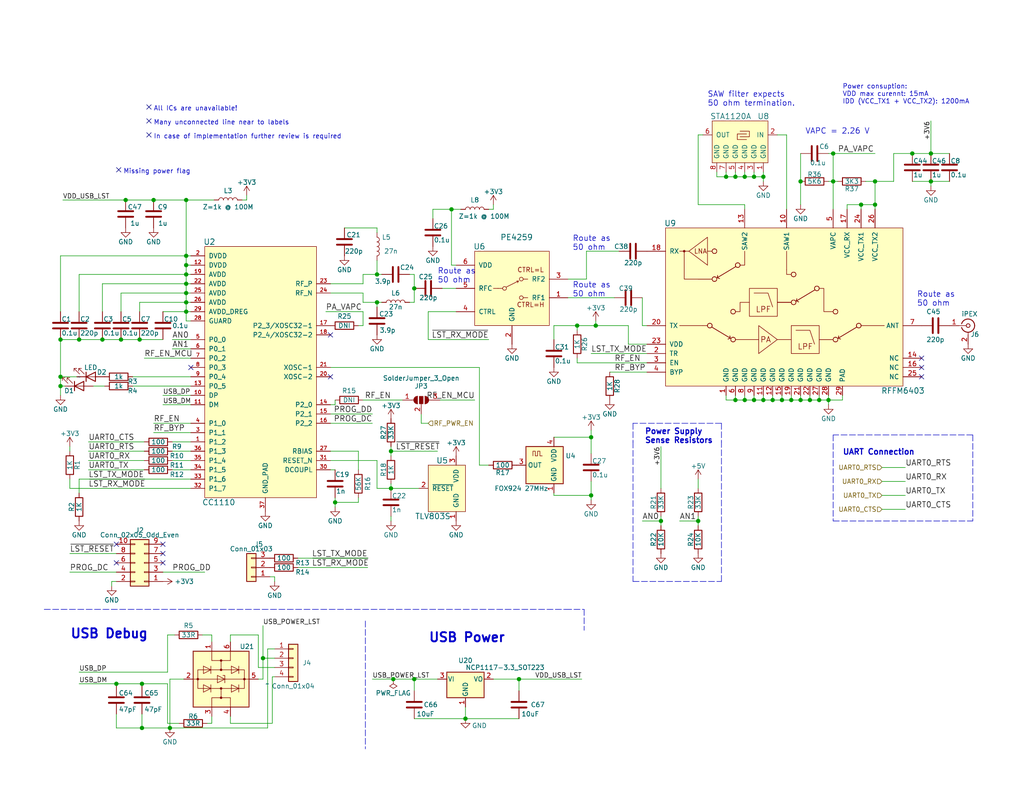
<source format=kicad_sch>
(kicad_sch (version 20210621) (generator eeschema)

  (uuid 31b0c6a8-031c-465a-a937-d97b09c540f9)

  (paper "USLetter")

  (title_block
    (title "BUTCube - communication module")
    (date "2021-11-18")
    (rev "v0.2")
    (company "VUT - FIT(STRaDe) & FME(IAE & IPE)")
    (comment 1 "Author: Štěpán Rydlo")
    (comment 2 "License")
    (comment 3 "This work is licensed under a Creative Commons Attribution-ShareAlike 4.0 International")
    (comment 4 "Copyright 2018 Planet Labs Inc")
  )

  


  (junction (at 16.51 92.71) (diameter 1.016) (color 0 0 0 0))
  (junction (at 16.51 102.87) (diameter 1.016) (color 0 0 0 0))
  (junction (at 16.51 105.41) (diameter 1.016) (color 0 0 0 0))
  (junction (at 21.59 92.71) (diameter 1.016) (color 0 0 0 0))
  (junction (at 27.94 92.71) (diameter 1.016) (color 0 0 0 0))
  (junction (at 31.75 186.69) (diameter 1.016) (color 0 0 0 0))
  (junction (at 33.02 92.71) (diameter 1.016) (color 0 0 0 0))
  (junction (at 34.29 54.61) (diameter 1.016) (color 0 0 0 0))
  (junction (at 38.1 92.71) (diameter 1.016) (color 0 0 0 0))
  (junction (at 38.735 186.69) (diameter 1.016) (color 0 0 0 0))
  (junction (at 38.735 198.755) (diameter 1.016) (color 0 0 0 0))
  (junction (at 41.91 54.61) (diameter 1.016) (color 0 0 0 0))
  (junction (at 46.355 198.755) (diameter 1.016) (color 0 0 0 0))
  (junction (at 50.8 54.61) (diameter 1.016) (color 0 0 0 0))
  (junction (at 50.8 69.85) (diameter 1.016) (color 0 0 0 0))
  (junction (at 50.8 72.39) (diameter 1.016) (color 0 0 0 0))
  (junction (at 50.8 74.93) (diameter 1.016) (color 0 0 0 0))
  (junction (at 50.8 77.47) (diameter 1.016) (color 0 0 0 0))
  (junction (at 50.8 80.01) (diameter 1.016) (color 0 0 0 0))
  (junction (at 50.8 82.55) (diameter 1.016) (color 0 0 0 0))
  (junction (at 50.8 85.09) (diameter 1.016) (color 0 0 0 0))
  (junction (at 71.755 179.705) (diameter 1.016) (color 0 0 0 0))
  (junction (at 91.44 137.16) (diameter 1.016) (color 0 0 0 0))
  (junction (at 102.87 74.93) (diameter 1.016) (color 0 0 0 0))
  (junction (at 102.87 82.55) (diameter 1.016) (color 0 0 0 0))
  (junction (at 106.68 123.19) (diameter 1.016) (color 0 0 0 0))
  (junction (at 106.68 133.35) (diameter 1.016) (color 0 0 0 0))
  (junction (at 107.315 185.42) (diameter 1.016) (color 0 0 0 0))
  (junction (at 113.03 78.74) (diameter 1.016) (color 0 0 0 0))
  (junction (at 113.03 185.42) (diameter 1.016) (color 0 0 0 0))
  (junction (at 123.19 57.15) (diameter 1.016) (color 0 0 0 0))
  (junction (at 127 196.215) (diameter 1.016) (color 0 0 0 0))
  (junction (at 141.605 185.42) (diameter 1.016) (color 0 0 0 0))
  (junction (at 157.48 88.9) (diameter 1.016) (color 0 0 0 0))
  (junction (at 161.29 119.38) (diameter 1.016) (color 0 0 0 0))
  (junction (at 161.29 135.255) (diameter 1.016) (color 0 0 0 0))
  (junction (at 162.56 88.9) (diameter 1.016) (color 0 0 0 0))
  (junction (at 180.34 142.24) (diameter 1.016) (color 0 0 0 0))
  (junction (at 190.5 142.24) (diameter 1.016) (color 0 0 0 0))
  (junction (at 198.12 48.26) (diameter 1.016) (color 0 0 0 0))
  (junction (at 200.66 48.26) (diameter 1.016) (color 0 0 0 0))
  (junction (at 200.66 109.22) (diameter 1.016) (color 0 0 0 0))
  (junction (at 203.2 48.26) (diameter 1.016) (color 0 0 0 0))
  (junction (at 203.2 109.22) (diameter 1.016) (color 0 0 0 0))
  (junction (at 205.74 48.26) (diameter 1.016) (color 0 0 0 0))
  (junction (at 205.74 109.22) (diameter 1.016) (color 0 0 0 0))
  (junction (at 208.28 48.26) (diameter 1.016) (color 0 0 0 0))
  (junction (at 208.28 109.22) (diameter 1.016) (color 0 0 0 0))
  (junction (at 210.82 109.22) (diameter 1.016) (color 0 0 0 0))
  (junction (at 213.36 109.22) (diameter 1.016) (color 0 0 0 0))
  (junction (at 215.9 109.22) (diameter 1.016) (color 0 0 0 0))
  (junction (at 218.44 49.53) (diameter 1.016) (color 0 0 0 0))
  (junction (at 218.44 109.22) (diameter 1.016) (color 0 0 0 0))
  (junction (at 220.98 109.22) (diameter 1.016) (color 0 0 0 0))
  (junction (at 223.52 109.22) (diameter 1.016) (color 0 0 0 0))
  (junction (at 226.06 109.22) (diameter 1.016) (color 0 0 0 0))
  (junction (at 227.33 41.91) (diameter 1.016) (color 0 0 0 0))
  (junction (at 227.33 49.53) (diameter 1.016) (color 0 0 0 0))
  (junction (at 234.95 55.88) (diameter 1.016) (color 0 0 0 0))
  (junction (at 238.76 49.53) (diameter 1.016) (color 0 0 0 0))
  (junction (at 238.76 55.88) (diameter 1.016) (color 0 0 0 0))
  (junction (at 248.92 41.91) (diameter 1.016) (color 0 0 0 0))
  (junction (at 254 41.91) (diameter 1.016) (color 0 0 0 0))
  (junction (at 254 49.53) (diameter 1.016) (color 0 0 0 0))

  (no_connect (at 31.75 148.59) (uuid bd1c0dc9-9dab-4a8e-960f-1be5fb624ba2))
  (no_connect (at 31.75 153.67) (uuid 2835a888-a3b6-4aa1-bcc0-c16b4cc0a324))
  (no_connect (at 32.385 46.355) (uuid 4ae87010-1994-40c2-a0d9-176e9d8e05b5))
  (no_connect (at 40.64 29.21) (uuid 1fe0feb1-2a3d-4d7d-ae9c-0e09d8d8aae5))
  (no_connect (at 40.64 33.02) (uuid 431f45c9-33a6-4cd6-aa8e-0cfd43863de2))
  (no_connect (at 40.64 36.83) (uuid dd9d7c69-42a8-4414-b13f-eb9c4e26c22d))
  (no_connect (at 44.45 148.59) (uuid 1ed7ac17-6c61-4e9a-a0a5-ce3e8a7df851))
  (no_connect (at 44.45 151.13) (uuid edbe6432-cdc2-4880-a5a5-187633fe248e))
  (no_connect (at 44.45 153.67) (uuid ebb02fa3-ca97-44d1-9429-1497c5b0f1f5))
  (no_connect (at 52.07 100.33) (uuid df72d2fc-ccdb-4b79-8a89-20cce0c913c5))
  (no_connect (at 90.17 91.44) (uuid 07da0a64-f33b-469a-973d-c9b25dd8db9e))
  (no_connect (at 90.17 102.87) (uuid 39387e56-b387-4959-94ce-73d8a78be2b3))
  (no_connect (at 251.46 97.79) (uuid f69c727c-cf15-44ef-bbb7-55c493ba44b2))
  (no_connect (at 251.46 100.33) (uuid ee771831-bd6c-4140-95ae-f4245c540cb3))
  (no_connect (at 251.46 102.87) (uuid db1a56a6-b7b9-4146-8cd1-d658900b5370))

  (wire (pts (xy 16.51 69.85) (xy 50.8 69.85))
    (stroke (width 0) (type solid) (color 0 0 0 0))
    (uuid cb64e1e3-a20b-4d0d-9852-74e7a2db52d2)
  )
  (wire (pts (xy 16.51 85.09) (xy 16.51 69.85))
    (stroke (width 0) (type solid) (color 0 0 0 0))
    (uuid bfb94146-2417-495c-afbe-daff6e2e6224)
  )
  (wire (pts (xy 16.51 92.71) (xy 16.51 102.87))
    (stroke (width 0) (type solid) (color 0 0 0 0))
    (uuid d0f15985-7d7b-4048-994a-65bcb688b4a1)
  )
  (wire (pts (xy 16.51 92.71) (xy 21.59 92.71))
    (stroke (width 0) (type solid) (color 0 0 0 0))
    (uuid 113ffbe2-2693-4119-bdb8-11dea62ba7f3)
  )
  (wire (pts (xy 16.51 102.87) (xy 16.51 105.41))
    (stroke (width 0) (type solid) (color 0 0 0 0))
    (uuid d0f15985-7d7b-4048-994a-65bcb688b4a1)
  )
  (wire (pts (xy 16.51 102.87) (xy 20.955 102.87))
    (stroke (width 0) (type solid) (color 0 0 0 0))
    (uuid 0b6b40ce-ef74-431c-877d-a5a7c35123ec)
  )
  (wire (pts (xy 16.51 105.41) (xy 16.51 107.95))
    (stroke (width 0) (type solid) (color 0 0 0 0))
    (uuid d0f15985-7d7b-4048-994a-65bcb688b4a1)
  )
  (wire (pts (xy 16.51 105.41) (xy 17.78 105.41))
    (stroke (width 0) (type solid) (color 0 0 0 0))
    (uuid 760fd7ce-6820-406f-aaf1-acdbe1764e42)
  )
  (wire (pts (xy 19.05 121.92) (xy 19.05 123.19))
    (stroke (width 0) (type solid) (color 0 0 0 0))
    (uuid b3cb7d03-5bef-4d3f-823f-001cb79fd627)
  )
  (wire (pts (xy 19.05 130.81) (xy 19.05 133.35))
    (stroke (width 0) (type solid) (color 0 0 0 0))
    (uuid 1e1bea3b-7b95-4b92-8311-8c0cf9ab3b11)
  )
  (wire (pts (xy 19.05 133.35) (xy 52.07 133.35))
    (stroke (width 0) (type solid) (color 0 0 0 0))
    (uuid 679b6ff4-ae13-41cd-ba2f-d2c2284c2873)
  )
  (wire (pts (xy 19.05 156.21) (xy 31.75 156.21))
    (stroke (width 0) (type solid) (color 0 0 0 0))
    (uuid e04dccd5-03b9-4fdb-a892-6917746ff057)
  )
  (wire (pts (xy 21.59 74.93) (xy 50.8 74.93))
    (stroke (width 0) (type solid) (color 0 0 0 0))
    (uuid 0e846a0c-79e7-488b-ba52-6f3e26c690b2)
  )
  (wire (pts (xy 21.59 85.09) (xy 21.59 74.93))
    (stroke (width 0) (type solid) (color 0 0 0 0))
    (uuid 2b149225-5dc2-45e9-91fc-16c401e34f41)
  )
  (wire (pts (xy 21.59 92.71) (xy 27.94 92.71))
    (stroke (width 0) (type solid) (color 0 0 0 0))
    (uuid 113ffbe2-2693-4119-bdb8-11dea62ba7f3)
  )
  (wire (pts (xy 21.59 130.81) (xy 21.59 134.62))
    (stroke (width 0) (type solid) (color 0 0 0 0))
    (uuid eb934a01-5e67-4db4-90b6-e19d80ac31de)
  )
  (wire (pts (xy 21.59 130.81) (xy 52.07 130.81))
    (stroke (width 0) (type solid) (color 0 0 0 0))
    (uuid 8979dc7e-f18d-4026-ab5b-e25b6573fb73)
  )
  (wire (pts (xy 21.59 183.515) (xy 45.72 183.515))
    (stroke (width 0) (type solid) (color 0 0 0 0))
    (uuid dc1399c5-f109-45b9-87bd-0a03da2a53f5)
  )
  (wire (pts (xy 21.59 186.69) (xy 31.75 186.69))
    (stroke (width 0) (type solid) (color 0 0 0 0))
    (uuid a2bac812-9657-4c5b-ad98-f1a22472482d)
  )
  (wire (pts (xy 25.4 105.41) (xy 28.575 105.41))
    (stroke (width 0) (type solid) (color 0 0 0 0))
    (uuid 1146694e-218f-4201-8413-2bbbd0b538b8)
  )
  (wire (pts (xy 27.94 77.47) (xy 50.8 77.47))
    (stroke (width 0) (type solid) (color 0 0 0 0))
    (uuid 2b38cbfa-8e29-4a9f-a100-1bf551f2379b)
  )
  (wire (pts (xy 27.94 85.09) (xy 27.94 77.47))
    (stroke (width 0) (type solid) (color 0 0 0 0))
    (uuid 9ff02183-ed72-4e70-85ff-dde8c81e6605)
  )
  (wire (pts (xy 27.94 92.71) (xy 33.02 92.71))
    (stroke (width 0) (type solid) (color 0 0 0 0))
    (uuid 113ffbe2-2693-4119-bdb8-11dea62ba7f3)
  )
  (wire (pts (xy 30.48 158.75) (xy 31.75 158.75))
    (stroke (width 0) (type solid) (color 0 0 0 0))
    (uuid ddba8fa4-1024-48c8-81ad-669a90684c03)
  )
  (wire (pts (xy 30.48 160.02) (xy 30.48 158.75))
    (stroke (width 0) (type solid) (color 0 0 0 0))
    (uuid 70ca4b9c-6ba9-40e9-aa20-c9a2d66d2939)
  )
  (wire (pts (xy 31.75 151.13) (xy 19.05 151.13))
    (stroke (width 0) (type solid) (color 0 0 0 0))
    (uuid 9942928c-6d04-4425-a9e4-f3e8957c3313)
  )
  (wire (pts (xy 31.75 186.69) (xy 31.75 187.325))
    (stroke (width 0) (type solid) (color 0 0 0 0))
    (uuid 81c23ca5-b1fc-4b0b-b8fa-b556616113b5)
  )
  (wire (pts (xy 31.75 186.69) (xy 38.735 186.69))
    (stroke (width 0) (type solid) (color 0 0 0 0))
    (uuid 2613ce09-43b5-44b5-b4b7-a851dcc99fd6)
  )
  (wire (pts (xy 31.75 194.945) (xy 31.75 198.755))
    (stroke (width 0) (type solid) (color 0 0 0 0))
    (uuid ba939b59-3212-4ed3-b356-69f7ffe1f135)
  )
  (wire (pts (xy 31.75 198.755) (xy 38.735 198.755))
    (stroke (width 0) (type solid) (color 0 0 0 0))
    (uuid 596ee0b9-fbeb-49da-9554-1c1c4fdd0f71)
  )
  (wire (pts (xy 33.02 80.01) (xy 50.8 80.01))
    (stroke (width 0) (type solid) (color 0 0 0 0))
    (uuid a10396ae-a1e6-4d63-bd03-8767d74cde3b)
  )
  (wire (pts (xy 33.02 85.09) (xy 33.02 80.01))
    (stroke (width 0) (type solid) (color 0 0 0 0))
    (uuid 018609aa-4a55-47cc-a055-9d5ffe6dc215)
  )
  (wire (pts (xy 33.02 92.71) (xy 38.1 92.71))
    (stroke (width 0) (type solid) (color 0 0 0 0))
    (uuid 113ffbe2-2693-4119-bdb8-11dea62ba7f3)
  )
  (wire (pts (xy 34.29 54.61) (xy 17.145 54.61))
    (stroke (width 0) (type solid) (color 0 0 0 0))
    (uuid d33926db-1156-4050-92fb-d71cc22303ac)
  )
  (wire (pts (xy 34.29 54.61) (xy 41.91 54.61))
    (stroke (width 0) (type solid) (color 0 0 0 0))
    (uuid 69b52d80-69ad-48b4-b665-c0c61f72ca5c)
  )
  (wire (pts (xy 36.195 102.87) (xy 52.07 102.87))
    (stroke (width 0) (type solid) (color 0 0 0 0))
    (uuid 8ee3adec-fb01-490b-a3d5-c4eda133a51e)
  )
  (wire (pts (xy 36.195 105.41) (xy 52.07 105.41))
    (stroke (width 0) (type solid) (color 0 0 0 0))
    (uuid cc3c8d8b-72e6-4409-b53a-5c41e1952a54)
  )
  (wire (pts (xy 38.1 82.55) (xy 50.8 82.55))
    (stroke (width 0) (type solid) (color 0 0 0 0))
    (uuid d0acf503-0287-4f12-a3a1-ed6526d69b81)
  )
  (wire (pts (xy 38.1 85.09) (xy 38.1 82.55))
    (stroke (width 0) (type solid) (color 0 0 0 0))
    (uuid 8e2d5558-3ef2-4127-b8dc-234d5ce7d871)
  )
  (wire (pts (xy 38.1 92.71) (xy 44.45 92.71))
    (stroke (width 0) (type solid) (color 0 0 0 0))
    (uuid 113ffbe2-2693-4119-bdb8-11dea62ba7f3)
  )
  (wire (pts (xy 38.735 186.69) (xy 38.735 187.325))
    (stroke (width 0) (type solid) (color 0 0 0 0))
    (uuid e0ae84f7-5e3f-4750-81ec-8d2ba506dc69)
  )
  (wire (pts (xy 38.735 186.69) (xy 45.72 186.69))
    (stroke (width 0) (type solid) (color 0 0 0 0))
    (uuid 77b721af-23cd-4124-b49d-f7ed3a0e799a)
  )
  (wire (pts (xy 38.735 194.945) (xy 38.735 198.755))
    (stroke (width 0) (type solid) (color 0 0 0 0))
    (uuid c55cc64d-3a54-40ef-a081-303220083fdd)
  )
  (wire (pts (xy 38.735 198.755) (xy 46.355 198.755))
    (stroke (width 0) (type solid) (color 0 0 0 0))
    (uuid 7c2dc806-7e37-44e5-bf2b-6cae1d8c3f6c)
  )
  (wire (pts (xy 39.37 97.79) (xy 52.07 97.79))
    (stroke (width 0) (type solid) (color 0 0 0 0))
    (uuid fe31f114-5356-4728-bbe3-a67226569d75)
  )
  (wire (pts (xy 39.37 120.65) (xy 24.13 120.65))
    (stroke (width 0) (type solid) (color 0 0 0 0))
    (uuid 63e5da63-984b-4325-825d-29e69a73e506)
  )
  (wire (pts (xy 39.37 123.19) (xy 24.13 123.19))
    (stroke (width 0) (type solid) (color 0 0 0 0))
    (uuid b81aeb5d-43a7-4688-8d97-2d73822fd324)
  )
  (wire (pts (xy 39.37 125.73) (xy 24.13 125.73))
    (stroke (width 0) (type solid) (color 0 0 0 0))
    (uuid a9660e5a-ff1c-47bd-ae35-d302e675c3aa)
  )
  (wire (pts (xy 39.37 128.27) (xy 24.13 128.27))
    (stroke (width 0) (type solid) (color 0 0 0 0))
    (uuid dd5a4d2c-6ee6-4a52-a18e-240856b10640)
  )
  (wire (pts (xy 41.91 54.61) (xy 50.8 54.61))
    (stroke (width 0) (type solid) (color 0 0 0 0))
    (uuid 69b52d80-69ad-48b4-b665-c0c61f72ca5c)
  )
  (wire (pts (xy 44.45 85.09) (xy 50.8 85.09))
    (stroke (width 0) (type solid) (color 0 0 0 0))
    (uuid 001f07de-c19f-406c-b57a-a7031dae9029)
  )
  (wire (pts (xy 44.45 107.95) (xy 52.07 107.95))
    (stroke (width 0) (type solid) (color 0 0 0 0))
    (uuid 34712cd0-50ed-45a2-b52a-b463af69f139)
  )
  (wire (pts (xy 44.45 110.49) (xy 52.07 110.49))
    (stroke (width 0) (type solid) (color 0 0 0 0))
    (uuid 0c4711d2-f924-4aaf-b681-013f2e628010)
  )
  (wire (pts (xy 44.45 156.21) (xy 55.88 156.21))
    (stroke (width 0) (type solid) (color 0 0 0 0))
    (uuid efcb3cc7-472b-44ec-86ad-fcc124a008aa)
  )
  (wire (pts (xy 45.72 173.355) (xy 45.72 183.515))
    (stroke (width 0) (type solid) (color 0 0 0 0))
    (uuid 23adf46f-58d5-49e7-a049-169b28eff4df)
  )
  (wire (pts (xy 45.72 186.69) (xy 45.72 197.485))
    (stroke (width 0) (type solid) (color 0 0 0 0))
    (uuid 602711c7-ab6a-413f-aa75-921555f8d673)
  )
  (wire (pts (xy 46.355 185.42) (xy 50.165 185.42))
    (stroke (width 0) (type solid) (color 0 0 0 0))
    (uuid 8c0859bf-34fe-4751-8689-96fdb6ee060e)
  )
  (wire (pts (xy 46.355 198.755) (xy 46.355 185.42))
    (stroke (width 0) (type solid) (color 0 0 0 0))
    (uuid e9ea0baf-69ea-4b3f-8623-67273d3e79a0)
  )
  (wire (pts (xy 46.355 198.755) (xy 73.025 198.755))
    (stroke (width 0) (type solid) (color 0 0 0 0))
    (uuid 5db08e06-d4ee-4a3e-903f-bded6920e495)
  )
  (wire (pts (xy 46.99 120.65) (xy 52.07 120.65))
    (stroke (width 0) (type solid) (color 0 0 0 0))
    (uuid 65f8db90-bcee-42cd-aff6-f9c60f72bc15)
  )
  (wire (pts (xy 46.99 123.19) (xy 52.07 123.19))
    (stroke (width 0) (type solid) (color 0 0 0 0))
    (uuid d290f9c6-590c-4735-a434-3b632c88ffb8)
  )
  (wire (pts (xy 46.99 125.73) (xy 52.07 125.73))
    (stroke (width 0) (type solid) (color 0 0 0 0))
    (uuid b8e393ea-6246-40cb-af9d-35795b2dad95)
  )
  (wire (pts (xy 46.99 128.27) (xy 52.07 128.27))
    (stroke (width 0) (type solid) (color 0 0 0 0))
    (uuid d52cd717-f4c3-441c-ab95-57fd2e3990b4)
  )
  (wire (pts (xy 47.625 173.355) (xy 45.72 173.355))
    (stroke (width 0) (type solid) (color 0 0 0 0))
    (uuid c4ac730c-b9d8-4e68-898f-921e1d197d81)
  )
  (wire (pts (xy 48.895 197.485) (xy 45.72 197.485))
    (stroke (width 0) (type solid) (color 0 0 0 0))
    (uuid a00d60aa-6b4b-4a5a-8c72-cacb30198886)
  )
  (wire (pts (xy 50.8 54.61) (xy 50.8 69.85))
    (stroke (width 0) (type solid) (color 0 0 0 0))
    (uuid 1cb0e9c4-c7da-4efc-bab7-fd9f130b250f)
  )
  (wire (pts (xy 50.8 54.61) (xy 58.42 54.61))
    (stroke (width 0) (type solid) (color 0 0 0 0))
    (uuid 279d666b-4bf9-4ad3-9e47-e7d284e8b248)
  )
  (wire (pts (xy 50.8 69.85) (xy 50.8 72.39))
    (stroke (width 0) (type solid) (color 0 0 0 0))
    (uuid a343497b-c29d-483a-9660-8a714e911b40)
  )
  (wire (pts (xy 50.8 69.85) (xy 52.07 69.85))
    (stroke (width 0) (type solid) (color 0 0 0 0))
    (uuid 7d0e0291-71de-4189-8f7d-2298754407f1)
  )
  (wire (pts (xy 50.8 72.39) (xy 50.8 74.93))
    (stroke (width 0) (type solid) (color 0 0 0 0))
    (uuid 1b5f8d9f-c23f-4236-9fd7-834c95ba777f)
  )
  (wire (pts (xy 50.8 72.39) (xy 52.07 72.39))
    (stroke (width 0) (type solid) (color 0 0 0 0))
    (uuid c9b7ba65-58a6-471e-b4dc-f071eee93d01)
  )
  (wire (pts (xy 50.8 74.93) (xy 50.8 77.47))
    (stroke (width 0) (type solid) (color 0 0 0 0))
    (uuid 950b441d-dca9-4246-b8e4-b044da04c1f9)
  )
  (wire (pts (xy 50.8 74.93) (xy 52.07 74.93))
    (stroke (width 0) (type solid) (color 0 0 0 0))
    (uuid 54d13763-408b-4a41-9186-7e3af4a919ac)
  )
  (wire (pts (xy 50.8 77.47) (xy 50.8 80.01))
    (stroke (width 0) (type solid) (color 0 0 0 0))
    (uuid 1a979674-d889-47de-966a-8123d483e225)
  )
  (wire (pts (xy 50.8 77.47) (xy 52.07 77.47))
    (stroke (width 0) (type solid) (color 0 0 0 0))
    (uuid aac38559-f386-4ec1-a157-c1f05f398a5c)
  )
  (wire (pts (xy 50.8 80.01) (xy 50.8 82.55))
    (stroke (width 0) (type solid) (color 0 0 0 0))
    (uuid 3b8b6c41-2a6e-4dbf-8bc2-90b6df22e0b4)
  )
  (wire (pts (xy 50.8 80.01) (xy 52.07 80.01))
    (stroke (width 0) (type solid) (color 0 0 0 0))
    (uuid b33cf266-84d0-4c7c-a18c-865e9f48e2f0)
  )
  (wire (pts (xy 50.8 82.55) (xy 50.8 85.09))
    (stroke (width 0) (type solid) (color 0 0 0 0))
    (uuid b511643a-40b1-400d-8189-5eebb4df6d85)
  )
  (wire (pts (xy 50.8 82.55) (xy 52.07 82.55))
    (stroke (width 0) (type solid) (color 0 0 0 0))
    (uuid 964ab87e-9f66-4e7e-ae1f-1a03d2bb00ab)
  )
  (wire (pts (xy 50.8 85.09) (xy 50.8 87.63))
    (stroke (width 0) (type solid) (color 0 0 0 0))
    (uuid 0e72e75f-373b-435d-b33b-09ebfd173830)
  )
  (wire (pts (xy 50.8 85.09) (xy 52.07 85.09))
    (stroke (width 0) (type solid) (color 0 0 0 0))
    (uuid b9abca4b-f17e-49da-9cf2-36b785c7066a)
  )
  (wire (pts (xy 50.8 87.63) (xy 52.07 87.63))
    (stroke (width 0) (type solid) (color 0 0 0 0))
    (uuid b8de970d-f9b3-4edd-a4c1-79bb1ba723bf)
  )
  (wire (pts (xy 52.07 92.71) (xy 46.99 92.71))
    (stroke (width 0) (type solid) (color 0 0 0 0))
    (uuid 56ce3273-3ee0-4329-bbcd-d8b69a8f3070)
  )
  (wire (pts (xy 52.07 95.25) (xy 46.99 95.25))
    (stroke (width 0) (type solid) (color 0 0 0 0))
    (uuid e6f86d11-c777-4a7b-a341-dd4ba83f8cb9)
  )
  (wire (pts (xy 52.07 115.57) (xy 41.91 115.57))
    (stroke (width 0) (type solid) (color 0 0 0 0))
    (uuid ce68e74f-46c4-471a-bb68-0a1d2d36e7b4)
  )
  (wire (pts (xy 52.07 118.11) (xy 41.91 118.11))
    (stroke (width 0) (type solid) (color 0 0 0 0))
    (uuid d67f9b0e-275f-4dfc-9094-a32d66c82ef7)
  )
  (wire (pts (xy 55.245 173.355) (xy 57.785 173.355))
    (stroke (width 0) (type solid) (color 0 0 0 0))
    (uuid 3ed27699-bb6a-4f70-9a2c-a62edae58f99)
  )
  (wire (pts (xy 56.515 197.485) (xy 57.785 197.485))
    (stroke (width 0) (type solid) (color 0 0 0 0))
    (uuid e6b85693-9b07-443f-982d-6e4fb9070884)
  )
  (wire (pts (xy 57.785 175.26) (xy 57.785 173.355))
    (stroke (width 0) (type solid) (color 0 0 0 0))
    (uuid 26f203a9-b1fb-4798-898c-bbb5c7b4fd8f)
  )
  (wire (pts (xy 57.785 195.58) (xy 57.785 197.485))
    (stroke (width 0) (type solid) (color 0 0 0 0))
    (uuid eaa5afd6-abbc-47d3-8f17-072ee3ad360b)
  )
  (wire (pts (xy 62.865 173.355) (xy 62.865 175.26))
    (stroke (width 0) (type solid) (color 0 0 0 0))
    (uuid 7abebd6e-3e83-4d03-8beb-614fa529bddb)
  )
  (wire (pts (xy 62.865 195.58) (xy 62.865 197.485))
    (stroke (width 0) (type solid) (color 0 0 0 0))
    (uuid adcdd075-6c08-4dd0-b191-6ff6f5997428)
  )
  (wire (pts (xy 62.865 197.485) (xy 74.295 197.485))
    (stroke (width 0) (type solid) (color 0 0 0 0))
    (uuid b3ab69df-5f2a-45f2-8cce-6cf6acb18aa7)
  )
  (wire (pts (xy 67.31 53.34) (xy 67.31 54.61))
    (stroke (width 0) (type solid) (color 0 0 0 0))
    (uuid 3c7b332a-4c7a-4be5-a625-ceb96b7861ae)
  )
  (wire (pts (xy 67.31 54.61) (xy 66.04 54.61))
    (stroke (width 0) (type solid) (color 0 0 0 0))
    (uuid 10e88112-67c2-446f-b77b-b8a3b994c6ea)
  )
  (wire (pts (xy 70.485 173.355) (xy 62.865 173.355))
    (stroke (width 0) (type solid) (color 0 0 0 0))
    (uuid 847d8cbb-f8b4-4ef7-b94a-4ebeba8829fc)
  )
  (wire (pts (xy 70.485 182.245) (xy 70.485 173.355))
    (stroke (width 0) (type solid) (color 0 0 0 0))
    (uuid daf7e652-3fff-4c5e-aba0-7faad60d1db9)
  )
  (wire (pts (xy 70.485 185.42) (xy 71.755 185.42))
    (stroke (width 0) (type solid) (color 0 0 0 0))
    (uuid d0710096-c1ce-4bc8-b91a-5b8cd91b2ae6)
  )
  (wire (pts (xy 71.755 170.815) (xy 71.755 179.705))
    (stroke (width 0) (type solid) (color 0 0 0 0))
    (uuid e8c89e48-bb05-45a3-8993-bce4f0fa6823)
  )
  (wire (pts (xy 71.755 179.705) (xy 71.755 185.42))
    (stroke (width 0) (type solid) (color 0 0 0 0))
    (uuid 25240ee8-9419-404c-b92a-9f858d6b2570)
  )
  (wire (pts (xy 71.755 179.705) (xy 74.93 179.705))
    (stroke (width 0) (type solid) (color 0 0 0 0))
    (uuid 2caad82b-c0b3-4a37-ae72-2910918221ce)
  )
  (wire (pts (xy 73.025 177.165) (xy 73.025 198.755))
    (stroke (width 0) (type solid) (color 0 0 0 0))
    (uuid aaa7970a-97b2-4cff-b61d-301ec4014e71)
  )
  (wire (pts (xy 73.66 157.48) (xy 74.93 157.48))
    (stroke (width 0) (type solid) (color 0 0 0 0))
    (uuid d08771cf-a1f2-4353-aa29-79f7dad276b9)
  )
  (wire (pts (xy 74.295 184.785) (xy 74.295 197.485))
    (stroke (width 0) (type solid) (color 0 0 0 0))
    (uuid 6e93fa7b-146a-4f02-951f-783febece7a2)
  )
  (wire (pts (xy 74.93 157.48) (xy 74.93 158.75))
    (stroke (width 0) (type solid) (color 0 0 0 0))
    (uuid 48a74c96-989d-4fa5-b2a0-276dce85907d)
  )
  (wire (pts (xy 74.93 177.165) (xy 73.025 177.165))
    (stroke (width 0) (type solid) (color 0 0 0 0))
    (uuid 64c2183c-9171-42d4-947c-13b0043a6c30)
  )
  (wire (pts (xy 74.93 182.245) (xy 70.485 182.245))
    (stroke (width 0) (type solid) (color 0 0 0 0))
    (uuid 58733073-68bd-45ac-8fdc-9960611e6d54)
  )
  (wire (pts (xy 74.93 184.785) (xy 74.295 184.785))
    (stroke (width 0) (type solid) (color 0 0 0 0))
    (uuid 686c3e75-21b3-4ab3-8a9b-48069dfc415b)
  )
  (wire (pts (xy 81.28 152.4) (xy 100.33 152.4))
    (stroke (width 0) (type solid) (color 0 0 0 0))
    (uuid c6654a9d-4cbb-48d0-a16d-092d139d39d0)
  )
  (wire (pts (xy 81.28 154.94) (xy 100.33 154.94))
    (stroke (width 0) (type solid) (color 0 0 0 0))
    (uuid d2c8f905-e555-41f4-8168-eea8be832fa5)
  )
  (wire (pts (xy 90.17 100.33) (xy 130.81 100.33))
    (stroke (width 0) (type solid) (color 0 0 0 0))
    (uuid 0d2c17bc-b8aa-45c1-b925-6665cb347660)
  )
  (wire (pts (xy 90.17 110.49) (xy 91.44 110.49))
    (stroke (width 0) (type solid) (color 0 0 0 0))
    (uuid 8a511972-6230-4497-bf58-3bf0d5a2b0bb)
  )
  (wire (pts (xy 90.17 113.03) (xy 101.6 113.03))
    (stroke (width 0) (type solid) (color 0 0 0 0))
    (uuid 967ad674-4fdb-4590-bba2-78200aa5c49d)
  )
  (wire (pts (xy 90.17 115.57) (xy 101.6 115.57))
    (stroke (width 0) (type solid) (color 0 0 0 0))
    (uuid 94d320cd-6eac-440c-bde0-344a8a565c6e)
  )
  (wire (pts (xy 90.17 123.19) (xy 97.79 123.19))
    (stroke (width 0) (type solid) (color 0 0 0 0))
    (uuid 6433c154-fe65-4b82-8e3c-617090328608)
  )
  (wire (pts (xy 90.17 125.73) (xy 102.87 125.73))
    (stroke (width 0) (type solid) (color 0 0 0 0))
    (uuid 29ab046f-fabe-47c6-935c-bbb7ccacdac1)
  )
  (wire (pts (xy 90.17 128.27) (xy 91.44 128.27))
    (stroke (width 0) (type solid) (color 0 0 0 0))
    (uuid 96a09475-4977-46b1-9ca4-9249e3c3e17e)
  )
  (wire (pts (xy 91.44 110.49) (xy 91.44 109.22))
    (stroke (width 0) (type solid) (color 0 0 0 0))
    (uuid a176db7b-8c29-491e-ac4f-d39af84cb433)
  )
  (wire (pts (xy 91.44 135.89) (xy 91.44 137.16))
    (stroke (width 0) (type solid) (color 0 0 0 0))
    (uuid 09154a0d-12c0-48b5-9163-39dfdea66f78)
  )
  (wire (pts (xy 91.44 137.16) (xy 91.44 138.43))
    (stroke (width 0) (type solid) (color 0 0 0 0))
    (uuid 9a336e60-212c-4b0f-b392-b5a1c8b9f766)
  )
  (wire (pts (xy 97.79 88.9) (xy 99.06 88.9))
    (stroke (width 0) (type solid) (color 0 0 0 0))
    (uuid 73468ba7-6cdc-4032-bbd4-28e07c379c25)
  )
  (wire (pts (xy 97.79 123.19) (xy 97.79 128.27))
    (stroke (width 0) (type solid) (color 0 0 0 0))
    (uuid 166b26ff-bfb3-406d-ad92-203f5b99e068)
  )
  (wire (pts (xy 97.79 135.89) (xy 97.79 137.16))
    (stroke (width 0) (type solid) (color 0 0 0 0))
    (uuid fdd62f51-1ad1-465c-9fad-0c274ea49d84)
  )
  (wire (pts (xy 97.79 137.16) (xy 91.44 137.16))
    (stroke (width 0) (type solid) (color 0 0 0 0))
    (uuid 581955b6-e8e4-4d61-a578-7709ab29ac75)
  )
  (wire (pts (xy 99.06 74.93) (xy 102.87 74.93))
    (stroke (width 0) (type solid) (color 0 0 0 0))
    (uuid 32085c14-c8ff-4c74-bb8f-f38df5e2722c)
  )
  (wire (pts (xy 99.06 77.47) (xy 90.17 77.47))
    (stroke (width 0) (type solid) (color 0 0 0 0))
    (uuid 6365cebb-414f-484d-9061-826154abad6e)
  )
  (wire (pts (xy 99.06 77.47) (xy 99.06 74.93))
    (stroke (width 0) (type solid) (color 0 0 0 0))
    (uuid e4bf8525-4603-4e18-aec0-5f19b64d8360)
  )
  (wire (pts (xy 99.06 80.01) (xy 90.17 80.01))
    (stroke (width 0) (type solid) (color 0 0 0 0))
    (uuid b367b5bf-7a24-4358-9d1e-f79ddc82a910)
  )
  (wire (pts (xy 99.06 82.55) (xy 99.06 80.01))
    (stroke (width 0) (type solid) (color 0 0 0 0))
    (uuid 4f299961-cb99-4155-869d-50162b2f4adb)
  )
  (wire (pts (xy 99.06 82.55) (xy 102.87 82.55))
    (stroke (width 0) (type solid) (color 0 0 0 0))
    (uuid 836eec7c-fbf7-467e-9160-a1fb985d7965)
  )
  (wire (pts (xy 99.06 85.09) (xy 88.9 85.09))
    (stroke (width 0) (type solid) (color 0 0 0 0))
    (uuid 92a13905-a032-40c2-a66e-1f7a1591878e)
  )
  (wire (pts (xy 99.06 88.9) (xy 99.06 85.09))
    (stroke (width 0) (type solid) (color 0 0 0 0))
    (uuid 4379819c-3929-474f-9d68-fda9f54ff7ab)
  )
  (wire (pts (xy 99.06 109.22) (xy 109.855 109.22))
    (stroke (width 0) (type solid) (color 0 0 0 0))
    (uuid 09a75c36-fcdf-40c7-95be-3890ff327f77)
  )
  (wire (pts (xy 101.6 185.42) (xy 107.315 185.42))
    (stroke (width 0) (type solid) (color 0 0 0 0))
    (uuid 6a3f6217-6b38-4055-8146-358c82bc1f08)
  )
  (wire (pts (xy 102.87 62.23) (xy 93.98 62.23))
    (stroke (width 0) (type solid) (color 0 0 0 0))
    (uuid df8873e8-3556-4909-b139-e0545041b2cc)
  )
  (wire (pts (xy 102.87 63.5) (xy 102.87 62.23))
    (stroke (width 0) (type solid) (color 0 0 0 0))
    (uuid d6338f31-daac-4ead-9090-402dc77df3a0)
  )
  (wire (pts (xy 102.87 74.93) (xy 102.87 71.12))
    (stroke (width 0) (type solid) (color 0 0 0 0))
    (uuid 98631438-24a5-4be5-97df-07b393f677ac)
  )
  (wire (pts (xy 102.87 74.93) (xy 104.14 74.93))
    (stroke (width 0) (type solid) (color 0 0 0 0))
    (uuid fe50a9dc-b1f8-4376-ab0b-e0b888b2cc95)
  )
  (wire (pts (xy 102.87 82.55) (xy 102.87 83.82))
    (stroke (width 0) (type solid) (color 0 0 0 0))
    (uuid c6ee1b1a-978a-4ce9-8ce2-7b98dcba6384)
  )
  (wire (pts (xy 102.87 82.55) (xy 104.14 82.55))
    (stroke (width 0) (type solid) (color 0 0 0 0))
    (uuid 836eec7c-fbf7-467e-9160-a1fb985d7965)
  )
  (wire (pts (xy 102.87 125.73) (xy 102.87 133.35))
    (stroke (width 0) (type solid) (color 0 0 0 0))
    (uuid 3ee5e65d-a9c9-4286-9944-68ba1a61bfab)
  )
  (wire (pts (xy 102.87 133.35) (xy 106.68 133.35))
    (stroke (width 0) (type solid) (color 0 0 0 0))
    (uuid 89ab63f3-a5eb-418a-8dbc-aa545fe2fda3)
  )
  (wire (pts (xy 106.68 121.92) (xy 106.68 123.19))
    (stroke (width 0) (type solid) (color 0 0 0 0))
    (uuid 54344b2a-2650-4b56-91ff-bdecd1faf38e)
  )
  (wire (pts (xy 106.68 123.19) (xy 106.68 124.46))
    (stroke (width 0) (type solid) (color 0 0 0 0))
    (uuid a7534b1c-6bd7-4b3c-b826-0f8aecc26bfe)
  )
  (wire (pts (xy 106.68 123.19) (xy 119.38 123.19))
    (stroke (width 0) (type solid) (color 0 0 0 0))
    (uuid 11ba78fb-ebb8-4e98-bba1-f0585b1932a3)
  )
  (wire (pts (xy 106.68 132.08) (xy 106.68 133.35))
    (stroke (width 0) (type solid) (color 0 0 0 0))
    (uuid bf84d9fe-6459-41be-a870-c95042cc3f78)
  )
  (wire (pts (xy 106.68 133.35) (xy 114.3 133.35))
    (stroke (width 0) (type solid) (color 0 0 0 0))
    (uuid 97dee1c5-1752-40ec-895c-59c7251891d6)
  )
  (wire (pts (xy 106.68 140.97) (xy 106.68 142.24))
    (stroke (width 0) (type solid) (color 0 0 0 0))
    (uuid ab821e9d-e355-46b3-805a-1f64f3b1b203)
  )
  (wire (pts (xy 107.315 185.42) (xy 113.03 185.42))
    (stroke (width 0) (type solid) (color 0 0 0 0))
    (uuid 4e0c1450-4220-49bf-a471-18367ec7cb1a)
  )
  (wire (pts (xy 111.76 74.93) (xy 113.03 74.93))
    (stroke (width 0) (type solid) (color 0 0 0 0))
    (uuid d633ca27-8f34-4409-81ec-34d89481dca1)
  )
  (wire (pts (xy 113.03 74.93) (xy 113.03 78.74))
    (stroke (width 0) (type solid) (color 0 0 0 0))
    (uuid 76643cc2-fb16-4b06-b4bf-d87e9ec768d8)
  )
  (wire (pts (xy 113.03 78.74) (xy 113.03 82.55))
    (stroke (width 0) (type solid) (color 0 0 0 0))
    (uuid 76643cc2-fb16-4b06-b4bf-d87e9ec768d8)
  )
  (wire (pts (xy 113.03 82.55) (xy 111.76 82.55))
    (stroke (width 0) (type solid) (color 0 0 0 0))
    (uuid 99889696-89ef-4390-8c65-b5d8d436ce33)
  )
  (wire (pts (xy 113.03 185.42) (xy 113.03 188.595))
    (stroke (width 0) (type solid) (color 0 0 0 0))
    (uuid f3ed857f-5db4-4eca-b82c-411c3bbbebb0)
  )
  (wire (pts (xy 113.03 185.42) (xy 119.38 185.42))
    (stroke (width 0) (type solid) (color 0 0 0 0))
    (uuid f766df24-00ec-4065-8f1d-b225dafcf279)
  )
  (wire (pts (xy 113.03 196.215) (xy 127 196.215))
    (stroke (width 0) (type solid) (color 0 0 0 0))
    (uuid 1348c5ac-2fb1-4a67-8dfd-2636db4fd5c6)
  )
  (wire (pts (xy 114.935 113.03) (xy 114.935 115.57))
    (stroke (width 0) (type solid) (color 0 0 0 0))
    (uuid 75dc6861-985b-4dcc-ae41-3b01b23b2c9e)
  )
  (wire (pts (xy 114.935 115.57) (xy 116.84 115.57))
    (stroke (width 0) (type solid) (color 0 0 0 0))
    (uuid 1dc67f17-17fc-4b94-a2b7-70a0b6a5895f)
  )
  (wire (pts (xy 116.84 85.09) (xy 116.84 92.71))
    (stroke (width 0) (type solid) (color 0 0 0 0))
    (uuid dd0cc9d9-5091-4105-93b7-7ba2b256a195)
  )
  (wire (pts (xy 116.84 92.71) (xy 133.35 92.71))
    (stroke (width 0) (type solid) (color 0 0 0 0))
    (uuid 35c1ac7b-c789-4037-960a-7da6b39d1275)
  )
  (wire (pts (xy 118.11 57.15) (xy 118.11 59.69))
    (stroke (width 0) (type solid) (color 0 0 0 0))
    (uuid 7dd4ec1f-fcda-49f2-9e1d-8f133a85d0db)
  )
  (wire (pts (xy 118.11 57.15) (xy 123.19 57.15))
    (stroke (width 0) (type solid) (color 0 0 0 0))
    (uuid fc461800-3596-4718-80aa-8bd7451a9c71)
  )
  (wire (pts (xy 120.015 109.22) (xy 129.54 109.22))
    (stroke (width 0) (type solid) (color 0 0 0 0))
    (uuid 8e213fbb-2736-48d5-b40e-8c19a30e95aa)
  )
  (wire (pts (xy 120.65 78.74) (xy 124.46 78.74))
    (stroke (width 0) (type solid) (color 0 0 0 0))
    (uuid 96adb8b7-79cd-4fe6-95a1-a5944cb60b05)
  )
  (wire (pts (xy 123.19 57.15) (xy 123.19 72.39))
    (stroke (width 0) (type solid) (color 0 0 0 0))
    (uuid 7a45da04-9607-4770-b85f-b923c3ad2189)
  )
  (wire (pts (xy 123.19 57.15) (xy 125.73 57.15))
    (stroke (width 0) (type solid) (color 0 0 0 0))
    (uuid 6a80006e-9704-4dc7-8552-a3db52873233)
  )
  (wire (pts (xy 123.19 72.39) (xy 124.46 72.39))
    (stroke (width 0) (type solid) (color 0 0 0 0))
    (uuid 66bf476c-e461-4d98-9190-21f83347191c)
  )
  (wire (pts (xy 124.46 85.09) (xy 116.84 85.09))
    (stroke (width 0) (type solid) (color 0 0 0 0))
    (uuid 1f347094-93bf-4b07-9085-d23f0392ce6c)
  )
  (wire (pts (xy 127 193.04) (xy 127 196.215))
    (stroke (width 0) (type solid) (color 0 0 0 0))
    (uuid ba8cc42c-f528-4161-907e-cbec8d2ee7c5)
  )
  (wire (pts (xy 127 196.215) (xy 141.605 196.215))
    (stroke (width 0) (type solid) (color 0 0 0 0))
    (uuid 88a13519-2d9a-4739-98a2-a6808614972c)
  )
  (wire (pts (xy 130.81 127) (xy 130.81 100.33))
    (stroke (width 0) (type solid) (color 0 0 0 0))
    (uuid 3b73e0c8-243f-471d-8ab9-f1844142f0a7)
  )
  (wire (pts (xy 133.35 127) (xy 130.81 127))
    (stroke (width 0) (type solid) (color 0 0 0 0))
    (uuid f7a46454-7e1e-4d2c-a1c2-043b88b067b0)
  )
  (wire (pts (xy 134.62 55.88) (xy 134.62 57.15))
    (stroke (width 0) (type solid) (color 0 0 0 0))
    (uuid 351e7051-f1c9-4aa2-8c25-261cf1a35681)
  )
  (wire (pts (xy 134.62 57.15) (xy 133.35 57.15))
    (stroke (width 0) (type solid) (color 0 0 0 0))
    (uuid b149c046-7381-463d-8cc5-3e6d338c5c33)
  )
  (wire (pts (xy 134.62 185.42) (xy 141.605 185.42))
    (stroke (width 0) (type solid) (color 0 0 0 0))
    (uuid 5e547642-a505-4bbe-86b4-91097382ca0a)
  )
  (wire (pts (xy 141.605 185.42) (xy 141.605 188.595))
    (stroke (width 0) (type solid) (color 0 0 0 0))
    (uuid 7ebeda66-9682-4a99-b807-2f8e35cf37ee)
  )
  (wire (pts (xy 141.605 185.42) (xy 158.75 185.42))
    (stroke (width 0) (type solid) (color 0 0 0 0))
    (uuid 059e8dca-9ef5-4b78-b8b5-aeb79e8f2bfd)
  )
  (wire (pts (xy 151.13 88.9) (xy 151.13 92.71))
    (stroke (width 0) (type solid) (color 0 0 0 0))
    (uuid ecd6095c-906a-48ce-8e3b-deebf30394fe)
  )
  (wire (pts (xy 151.13 88.9) (xy 157.48 88.9))
    (stroke (width 0) (type solid) (color 0 0 0 0))
    (uuid 4c25f994-e097-45ed-9313-a42e3921ec7f)
  )
  (wire (pts (xy 151.13 119.38) (xy 161.29 119.38))
    (stroke (width 0) (type solid) (color 0 0 0 0))
    (uuid 1ec1b280-1569-452e-b090-747caa7aaf5a)
  )
  (wire (pts (xy 151.13 134.62) (xy 151.13 135.255))
    (stroke (width 0) (type solid) (color 0 0 0 0))
    (uuid 99892513-8b7f-4d00-bfb9-52bfb79d164b)
  )
  (wire (pts (xy 151.13 135.255) (xy 161.29 135.255))
    (stroke (width 0) (type solid) (color 0 0 0 0))
    (uuid 99892513-8b7f-4d00-bfb9-52bfb79d164b)
  )
  (wire (pts (xy 154.94 81.28) (xy 167.64 81.28))
    (stroke (width 0) (type solid) (color 0 0 0 0))
    (uuid 6979c3c4-9cfc-4090-8611-8da498b03b45)
  )
  (wire (pts (xy 157.48 88.9) (xy 162.56 88.9))
    (stroke (width 0) (type solid) (color 0 0 0 0))
    (uuid 46f58c7c-d3d5-4dd3-b2f6-b6348c8f541b)
  )
  (wire (pts (xy 157.48 90.17) (xy 157.48 88.9))
    (stroke (width 0) (type solid) (color 0 0 0 0))
    (uuid 84e60649-87ce-446b-9b41-8379c6f5f706)
  )
  (wire (pts (xy 157.48 99.06) (xy 157.48 97.79))
    (stroke (width 0) (type solid) (color 0 0 0 0))
    (uuid a975c995-433a-422c-93e5-dd40ad786ad9)
  )
  (wire (pts (xy 157.48 99.06) (xy 176.53 99.06))
    (stroke (width 0) (type solid) (color 0 0 0 0))
    (uuid 655486e1-3625-4e66-8a89-83850994e9b1)
  )
  (wire (pts (xy 160.02 68.58) (xy 160.02 76.2))
    (stroke (width 0) (type solid) (color 0 0 0 0))
    (uuid e94598bb-7ec3-489b-ab95-57bf4218786a)
  )
  (wire (pts (xy 160.02 68.58) (xy 168.91 68.58))
    (stroke (width 0) (type solid) (color 0 0 0 0))
    (uuid e65794ec-64ad-420e-aa6d-6d88203c82c8)
  )
  (wire (pts (xy 160.02 76.2) (xy 154.94 76.2))
    (stroke (width 0) (type solid) (color 0 0 0 0))
    (uuid 88e25da9-c291-4ef9-b838-38374b532784)
  )
  (wire (pts (xy 161.29 119.38) (xy 161.29 117.475))
    (stroke (width 0) (type solid) (color 0 0 0 0))
    (uuid 1ec1b280-1569-452e-b090-747caa7aaf5a)
  )
  (wire (pts (xy 161.29 119.38) (xy 161.29 123.825))
    (stroke (width 0) (type solid) (color 0 0 0 0))
    (uuid 206c2727-0113-4166-a45e-63cd4490f544)
  )
  (wire (pts (xy 161.29 131.445) (xy 161.29 135.255))
    (stroke (width 0) (type solid) (color 0 0 0 0))
    (uuid c3ec03c1-d68d-41aa-b2f5-70870d7100ea)
  )
  (wire (pts (xy 161.29 135.255) (xy 161.29 136.525))
    (stroke (width 0) (type solid) (color 0 0 0 0))
    (uuid 99892513-8b7f-4d00-bfb9-52bfb79d164b)
  )
  (wire (pts (xy 162.56 88.9) (xy 162.56 87.63))
    (stroke (width 0) (type solid) (color 0 0 0 0))
    (uuid 8f1cc797-05b5-4a78-93d8-2693db8fa96a)
  )
  (wire (pts (xy 162.56 88.9) (xy 171.45 88.9))
    (stroke (width 0) (type solid) (color 0 0 0 0))
    (uuid 635fb2b2-74b7-4a48-bb98-29135b228a90)
  )
  (wire (pts (xy 166.37 101.6) (xy 176.53 101.6))
    (stroke (width 0) (type solid) (color 0 0 0 0))
    (uuid 1d9b658c-72c4-4fa8-8714-18f25c995c9e)
  )
  (wire (pts (xy 171.45 88.9) (xy 171.45 93.98))
    (stroke (width 0) (type solid) (color 0 0 0 0))
    (uuid 167037b1-d01c-491f-a1c7-b20d8f415ca8)
  )
  (wire (pts (xy 171.45 93.98) (xy 176.53 93.98))
    (stroke (width 0) (type solid) (color 0 0 0 0))
    (uuid deb30bb5-9fff-4431-9ec9-a22b32cc8ac5)
  )
  (wire (pts (xy 175.26 81.28) (xy 175.26 88.9))
    (stroke (width 0) (type solid) (color 0 0 0 0))
    (uuid 6148ea10-01a1-4644-ba84-1ee54146d684)
  )
  (wire (pts (xy 175.26 88.9) (xy 176.53 88.9))
    (stroke (width 0) (type solid) (color 0 0 0 0))
    (uuid da8b23ec-42be-43f1-8a5e-239717cfe466)
  )
  (wire (pts (xy 176.53 96.52) (xy 161.29 96.52))
    (stroke (width 0) (type solid) (color 0 0 0 0))
    (uuid 92999079-c9b5-4e73-8e23-b257343d8a37)
  )
  (wire (pts (xy 180.34 121.92) (xy 180.34 133.35))
    (stroke (width 0) (type solid) (color 0 0 0 0))
    (uuid 1fba62c2-515c-4122-89b0-1faa97d9a25a)
  )
  (wire (pts (xy 180.34 140.97) (xy 180.34 142.24))
    (stroke (width 0) (type solid) (color 0 0 0 0))
    (uuid be05d8b3-36b3-46f4-a361-863fc8bfbb67)
  )
  (wire (pts (xy 180.34 142.24) (xy 175.26 142.24))
    (stroke (width 0) (type solid) (color 0 0 0 0))
    (uuid f1a03134-9e8e-4a2f-945a-9ef03c20a547)
  )
  (wire (pts (xy 180.34 142.24) (xy 180.34 143.51))
    (stroke (width 0) (type solid) (color 0 0 0 0))
    (uuid 91bb5605-ee93-47ce-8b47-082c7cb0d74e)
  )
  (wire (pts (xy 190.5 36.83) (xy 190.5 55.88))
    (stroke (width 0) (type solid) (color 0 0 0 0))
    (uuid 65309526-ca44-4883-a14c-aa0a4ad629a8)
  )
  (wire (pts (xy 190.5 55.88) (xy 203.2 55.88))
    (stroke (width 0) (type solid) (color 0 0 0 0))
    (uuid c08adf76-b285-415a-a901-0bee7fb554a4)
  )
  (wire (pts (xy 190.5 130.81) (xy 190.5 133.35))
    (stroke (width 0) (type solid) (color 0 0 0 0))
    (uuid f17258eb-3d0f-46cd-9942-17400bc7cede)
  )
  (wire (pts (xy 190.5 140.97) (xy 190.5 142.24))
    (stroke (width 0) (type solid) (color 0 0 0 0))
    (uuid e42a40c0-52a3-4f35-bfbd-9bfa983fcff1)
  )
  (wire (pts (xy 190.5 142.24) (xy 185.42 142.24))
    (stroke (width 0) (type solid) (color 0 0 0 0))
    (uuid 7d1c63d1-a8b5-46cf-8191-b4302f30026f)
  )
  (wire (pts (xy 190.5 142.24) (xy 190.5 143.51))
    (stroke (width 0) (type solid) (color 0 0 0 0))
    (uuid fc003b68-2e2c-4afc-aba9-5fea6156c719)
  )
  (wire (pts (xy 191.77 36.83) (xy 190.5 36.83))
    (stroke (width 0) (type solid) (color 0 0 0 0))
    (uuid 15ac16c8-52ac-44ce-a521-a190b21f0924)
  )
  (wire (pts (xy 195.58 46.99) (xy 195.58 48.26))
    (stroke (width 0) (type solid) (color 0 0 0 0))
    (uuid b29d3e36-c2e5-4784-b486-bba4b7abc50d)
  )
  (wire (pts (xy 195.58 48.26) (xy 198.12 48.26))
    (stroke (width 0) (type solid) (color 0 0 0 0))
    (uuid 3d9b2b5b-9a1d-48d3-bee2-c14975f3b3b4)
  )
  (wire (pts (xy 198.12 46.99) (xy 198.12 48.26))
    (stroke (width 0) (type solid) (color 0 0 0 0))
    (uuid f09574f5-5266-490e-95f6-10d20f5ca3bd)
  )
  (wire (pts (xy 198.12 48.26) (xy 200.66 48.26))
    (stroke (width 0) (type solid) (color 0 0 0 0))
    (uuid f3009903-8ab8-4f98-b59a-47851906c024)
  )
  (wire (pts (xy 198.12 107.95) (xy 198.12 109.22))
    (stroke (width 0) (type solid) (color 0 0 0 0))
    (uuid aaf740c2-faa2-495f-84be-619dec460268)
  )
  (wire (pts (xy 198.12 109.22) (xy 200.66 109.22))
    (stroke (width 0) (type solid) (color 0 0 0 0))
    (uuid 2c47ad53-33de-48d0-bff8-867bbe6ccf17)
  )
  (wire (pts (xy 200.66 48.26) (xy 200.66 46.99))
    (stroke (width 0) (type solid) (color 0 0 0 0))
    (uuid 319e19cc-8189-4657-9354-e7d7cb79752d)
  )
  (wire (pts (xy 200.66 48.26) (xy 203.2 48.26))
    (stroke (width 0) (type solid) (color 0 0 0 0))
    (uuid 79ed2e8a-306d-42b6-8f6f-c947a821b344)
  )
  (wire (pts (xy 200.66 107.95) (xy 200.66 109.22))
    (stroke (width 0) (type solid) (color 0 0 0 0))
    (uuid 0373717a-7c25-4cdc-8b84-630b3315e48e)
  )
  (wire (pts (xy 200.66 109.22) (xy 203.2 109.22))
    (stroke (width 0) (type solid) (color 0 0 0 0))
    (uuid 11aedbf9-ee99-46e0-b57c-61a564fc0c9d)
  )
  (wire (pts (xy 203.2 46.99) (xy 203.2 48.26))
    (stroke (width 0) (type solid) (color 0 0 0 0))
    (uuid 9ef6fa2c-4e0e-417e-bdc1-c6a0df6e4cfc)
  )
  (wire (pts (xy 203.2 48.26) (xy 205.74 48.26))
    (stroke (width 0) (type solid) (color 0 0 0 0))
    (uuid b0156381-b893-4c65-9b74-da3b21d9b566)
  )
  (wire (pts (xy 203.2 55.88) (xy 203.2 57.15))
    (stroke (width 0) (type solid) (color 0 0 0 0))
    (uuid 7b8e73f4-8719-4e99-bafa-f343abcc656f)
  )
  (wire (pts (xy 203.2 109.22) (xy 203.2 107.95))
    (stroke (width 0) (type solid) (color 0 0 0 0))
    (uuid b4630b16-3a28-4a7a-883e-31b0a0cdf4a3)
  )
  (wire (pts (xy 203.2 109.22) (xy 205.74 109.22))
    (stroke (width 0) (type solid) (color 0 0 0 0))
    (uuid dd8cbbdf-8636-45d1-bd6f-e080a141ada1)
  )
  (wire (pts (xy 205.74 46.99) (xy 205.74 48.26))
    (stroke (width 0) (type solid) (color 0 0 0 0))
    (uuid c38db051-81da-4345-8e5b-a7cf92048822)
  )
  (wire (pts (xy 205.74 48.26) (xy 208.28 48.26))
    (stroke (width 0) (type solid) (color 0 0 0 0))
    (uuid 43d12444-e377-4197-9968-783a58bc8424)
  )
  (wire (pts (xy 205.74 109.22) (xy 205.74 107.95))
    (stroke (width 0) (type solid) (color 0 0 0 0))
    (uuid a9b46b85-8dba-476f-b832-2edbf54671f0)
  )
  (wire (pts (xy 205.74 109.22) (xy 208.28 109.22))
    (stroke (width 0) (type solid) (color 0 0 0 0))
    (uuid 377ad559-3999-4409-81a7-04291c175624)
  )
  (wire (pts (xy 208.28 46.99) (xy 208.28 48.26))
    (stroke (width 0) (type solid) (color 0 0 0 0))
    (uuid 8a184c8d-2256-4956-8857-565d532421c3)
  )
  (wire (pts (xy 208.28 48.26) (xy 208.28 49.53))
    (stroke (width 0) (type solid) (color 0 0 0 0))
    (uuid df1e089f-f140-427a-b986-51f173bc0cd9)
  )
  (wire (pts (xy 208.28 109.22) (xy 208.28 107.95))
    (stroke (width 0) (type solid) (color 0 0 0 0))
    (uuid 79cd4230-8bca-4907-99b2-4ff7f990ba6b)
  )
  (wire (pts (xy 208.28 109.22) (xy 210.82 109.22))
    (stroke (width 0) (type solid) (color 0 0 0 0))
    (uuid e349e8df-da80-48e9-b306-9f402739cc7f)
  )
  (wire (pts (xy 210.82 109.22) (xy 210.82 107.95))
    (stroke (width 0) (type solid) (color 0 0 0 0))
    (uuid 0f609822-a8cd-43ce-84e2-f7d94f29511a)
  )
  (wire (pts (xy 210.82 109.22) (xy 213.36 109.22))
    (stroke (width 0) (type solid) (color 0 0 0 0))
    (uuid 8a395b98-221b-4cd6-a75c-522465851d3a)
  )
  (wire (pts (xy 212.09 36.83) (xy 214.63 36.83))
    (stroke (width 0) (type solid) (color 0 0 0 0))
    (uuid 3e04bef0-7da8-4f01-8f5f-fca31f526381)
  )
  (wire (pts (xy 213.36 109.22) (xy 213.36 107.95))
    (stroke (width 0) (type solid) (color 0 0 0 0))
    (uuid d8be0673-540c-4605-8019-c9eda3126bd4)
  )
  (wire (pts (xy 213.36 109.22) (xy 215.9 109.22))
    (stroke (width 0) (type solid) (color 0 0 0 0))
    (uuid 1522b5bc-ebf8-41de-9572-261e3a69705d)
  )
  (wire (pts (xy 214.63 36.83) (xy 214.63 57.15))
    (stroke (width 0) (type solid) (color 0 0 0 0))
    (uuid 5e00478d-591e-4800-86e9-0db75327ffde)
  )
  (wire (pts (xy 215.9 109.22) (xy 215.9 107.95))
    (stroke (width 0) (type solid) (color 0 0 0 0))
    (uuid 6b384fbc-84c7-404b-b3ab-6d2b76900679)
  )
  (wire (pts (xy 215.9 109.22) (xy 218.44 109.22))
    (stroke (width 0) (type solid) (color 0 0 0 0))
    (uuid 9750df8a-5795-4bfb-b264-dfd9cb37036c)
  )
  (wire (pts (xy 218.44 41.91) (xy 218.44 49.53))
    (stroke (width 0) (type solid) (color 0 0 0 0))
    (uuid d9f76303-1b03-4c0c-9b64-af6119949d18)
  )
  (wire (pts (xy 218.44 49.53) (xy 218.44 55.88))
    (stroke (width 0) (type solid) (color 0 0 0 0))
    (uuid 0c0d9994-3ef0-4a04-88b7-fc1eb3001b96)
  )
  (wire (pts (xy 218.44 109.22) (xy 218.44 107.95))
    (stroke (width 0) (type solid) (color 0 0 0 0))
    (uuid 0710b66f-ed0f-4f67-aa8a-31dd493d8f35)
  )
  (wire (pts (xy 218.44 109.22) (xy 220.98 109.22))
    (stroke (width 0) (type solid) (color 0 0 0 0))
    (uuid b150f2ba-8e4c-4aab-9773-282dab7d0bdb)
  )
  (wire (pts (xy 220.98 109.22) (xy 220.98 107.95))
    (stroke (width 0) (type solid) (color 0 0 0 0))
    (uuid d4bbd0a8-671b-4865-8612-ff960cb91c3d)
  )
  (wire (pts (xy 220.98 109.22) (xy 223.52 109.22))
    (stroke (width 0) (type solid) (color 0 0 0 0))
    (uuid 192212d3-ee44-4e56-bc2e-76b0d5b77d7d)
  )
  (wire (pts (xy 223.52 109.22) (xy 223.52 107.95))
    (stroke (width 0) (type solid) (color 0 0 0 0))
    (uuid 4c3d8401-f612-4aa4-83e5-cabfa7c0f8b4)
  )
  (wire (pts (xy 223.52 109.22) (xy 226.06 109.22))
    (stroke (width 0) (type solid) (color 0 0 0 0))
    (uuid 5c23ba07-6096-4e98-b472-ec8a3c15d914)
  )
  (wire (pts (xy 226.06 41.91) (xy 227.33 41.91))
    (stroke (width 0) (type solid) (color 0 0 0 0))
    (uuid fbc0fd41-e766-4af8-a01a-91958a7e3b5a)
  )
  (wire (pts (xy 226.06 49.53) (xy 227.33 49.53))
    (stroke (width 0) (type solid) (color 0 0 0 0))
    (uuid ee8c5262-3f39-45cc-9d85-0ad196a39952)
  )
  (wire (pts (xy 226.06 107.95) (xy 226.06 109.22))
    (stroke (width 0) (type solid) (color 0 0 0 0))
    (uuid e2a8d5d5-9800-495a-9e2d-93dc3c08b336)
  )
  (wire (pts (xy 226.06 109.22) (xy 226.06 110.49))
    (stroke (width 0) (type solid) (color 0 0 0 0))
    (uuid 3c0cba5d-8a1f-4fe4-bcef-cbb4e4900909)
  )
  (wire (pts (xy 226.06 109.22) (xy 229.87 109.22))
    (stroke (width 0) (type solid) (color 0 0 0 0))
    (uuid 11b61e24-b47d-4468-a231-e50344252b5c)
  )
  (wire (pts (xy 227.33 41.91) (xy 227.33 49.53))
    (stroke (width 0) (type solid) (color 0 0 0 0))
    (uuid cd155476-5634-4503-a819-b2363846c25d)
  )
  (wire (pts (xy 227.33 41.91) (xy 238.76 41.91))
    (stroke (width 0) (type solid) (color 0 0 0 0))
    (uuid b9b9b3ba-dfea-4d21-9c31-3a251539ceab)
  )
  (wire (pts (xy 227.33 49.53) (xy 227.33 57.15))
    (stroke (width 0) (type solid) (color 0 0 0 0))
    (uuid ec29b0e6-b46d-4b6f-b059-1466585b7d77)
  )
  (wire (pts (xy 227.33 49.53) (xy 228.6 49.53))
    (stroke (width 0) (type solid) (color 0 0 0 0))
    (uuid a3030fc4-abe6-450b-9278-60bdb37256d8)
  )
  (wire (pts (xy 229.87 109.22) (xy 229.87 107.95))
    (stroke (width 0) (type solid) (color 0 0 0 0))
    (uuid 38844825-51c0-4f8e-9567-c34438335e7d)
  )
  (wire (pts (xy 231.14 55.88) (xy 234.95 55.88))
    (stroke (width 0) (type solid) (color 0 0 0 0))
    (uuid 8f61a282-34e8-44b1-842f-26e644239ec8)
  )
  (wire (pts (xy 231.14 57.15) (xy 231.14 55.88))
    (stroke (width 0) (type solid) (color 0 0 0 0))
    (uuid 5fbab6f0-2fe5-438b-9916-372b40015674)
  )
  (wire (pts (xy 234.95 55.88) (xy 238.76 55.88))
    (stroke (width 0) (type solid) (color 0 0 0 0))
    (uuid 109b5d79-35e2-4194-b65b-12103b73437d)
  )
  (wire (pts (xy 234.95 57.15) (xy 234.95 55.88))
    (stroke (width 0) (type solid) (color 0 0 0 0))
    (uuid eb804c81-1308-469f-92ca-8ff6986c632d)
  )
  (wire (pts (xy 236.22 49.53) (xy 238.76 49.53))
    (stroke (width 0) (type solid) (color 0 0 0 0))
    (uuid ff82c424-0ff6-4921-a3bf-10bdfa8fa6a3)
  )
  (wire (pts (xy 238.76 49.53) (xy 238.76 55.88))
    (stroke (width 0) (type solid) (color 0 0 0 0))
    (uuid 55d8989a-e63a-4fe3-8f86-b0e3191accfc)
  )
  (wire (pts (xy 238.76 49.53) (xy 243.84 49.53))
    (stroke (width 0) (type solid) (color 0 0 0 0))
    (uuid 8d77db4e-6af2-44db-80f8-eaacb7c307b3)
  )
  (wire (pts (xy 238.76 55.88) (xy 238.76 57.15))
    (stroke (width 0) (type solid) (color 0 0 0 0))
    (uuid d38648ce-b87c-4efe-96d0-611248799e09)
  )
  (wire (pts (xy 240.665 127.635) (xy 247.015 127.635))
    (stroke (width 0) (type solid) (color 0 0 0 0))
    (uuid f1849a56-3c4f-42c0-a217-e2d2d3a2688f)
  )
  (wire (pts (xy 240.665 131.445) (xy 247.015 131.445))
    (stroke (width 0) (type solid) (color 0 0 0 0))
    (uuid f13d0f04-0f92-4a5a-ad1e-4ad66d186fd4)
  )
  (wire (pts (xy 240.665 135.255) (xy 247.015 135.255))
    (stroke (width 0) (type solid) (color 0 0 0 0))
    (uuid 6d5bbaa9-e04b-459f-bf13-fe6c008de1c8)
  )
  (wire (pts (xy 240.665 139.065) (xy 247.015 139.065))
    (stroke (width 0) (type solid) (color 0 0 0 0))
    (uuid 24e7097d-1990-444b-8d4e-bac95a486c84)
  )
  (wire (pts (xy 243.84 41.91) (xy 248.92 41.91))
    (stroke (width 0) (type solid) (color 0 0 0 0))
    (uuid 91c03e93-a810-411a-be83-b8a16dda5618)
  )
  (wire (pts (xy 243.84 49.53) (xy 243.84 41.91))
    (stroke (width 0) (type solid) (color 0 0 0 0))
    (uuid d7e7daf7-27e4-49a5-ba95-e7e02c98f37c)
  )
  (wire (pts (xy 248.92 41.91) (xy 254 41.91))
    (stroke (width 0) (type solid) (color 0 0 0 0))
    (uuid 91c03e93-a810-411a-be83-b8a16dda5618)
  )
  (wire (pts (xy 248.92 49.53) (xy 254 49.53))
    (stroke (width 0) (type solid) (color 0 0 0 0))
    (uuid a3c70de4-00e0-449b-bdee-b021bdb0c95f)
  )
  (wire (pts (xy 254 33.02) (xy 254 41.91))
    (stroke (width 0) (type solid) (color 0 0 0 0))
    (uuid 3ff13a61-1e0c-4855-9d52-4fc1ece5382c)
  )
  (wire (pts (xy 254 41.91) (xy 259.08 41.91))
    (stroke (width 0) (type solid) (color 0 0 0 0))
    (uuid cd195e82-0816-4ac7-a522-9bd375b58ec9)
  )
  (wire (pts (xy 254 49.53) (xy 254 50.8))
    (stroke (width 0) (type solid) (color 0 0 0 0))
    (uuid 0d027b60-4a36-4ddb-b001-ac52e50f2d2d)
  )
  (wire (pts (xy 254 49.53) (xy 259.08 49.53))
    (stroke (width 0) (type solid) (color 0 0 0 0))
    (uuid 7b8e97d9-90a6-4c2a-b2d1-0c0315433566)
  )
  (polyline (pts (xy 12.065 166.37) (xy 154.305 166.37))
    (stroke (width 0) (type dash) (color 0 0 0 0))
    (uuid 50389179-35d1-47b7-b3d6-0fb15410f90d)
  )
  (polyline (pts (xy 99.695 169.545) (xy 99.695 204.47))
    (stroke (width 0) (type dash) (color 0 0 0 0))
    (uuid da65acd4-a327-459a-a7f7-b7cf20e13bd4)
  )
  (polyline (pts (xy 154.305 166.37) (xy 159.385 166.37))
    (stroke (width 0) (type dash) (color 0 0 0 0))
    (uuid d0323b2a-0d06-47b4-aaa1-63f36f2ebdf5)
  )
  (polyline (pts (xy 159.385 166.37) (xy 159.385 172.085))
    (stroke (width 0) (type dash) (color 0 0 0 0))
    (uuid 59fc9f67-3071-4a3e-bf95-8e565640fbe7)
  )
  (polyline (pts (xy 172.72 115.57) (xy 172.72 120.65))
    (stroke (width 0) (type dash) (color 0 0 0 0))
    (uuid 6e5cdfa3-54f3-49b2-b1bb-d02c4c191cdf)
  )
  (polyline (pts (xy 172.72 120.65) (xy 172.72 158.75))
    (stroke (width 0) (type dash) (color 0 0 0 0))
    (uuid 8428dbb0-0d99-43d6-b277-60623ffe8362)
  )
  (polyline (pts (xy 172.72 158.75) (xy 196.85 158.75))
    (stroke (width 0) (type dash) (color 0 0 0 0))
    (uuid 141d3c1a-1762-448a-9cfa-f89bf7413dc7)
  )
  (polyline (pts (xy 196.85 115.57) (xy 172.72 115.57))
    (stroke (width 0) (type dash) (color 0 0 0 0))
    (uuid 782d0c58-d462-4e36-bc2d-8c8e66955acf)
  )
  (polyline (pts (xy 196.85 115.57) (xy 196.85 120.65))
    (stroke (width 0) (type dash) (color 0 0 0 0))
    (uuid e7dafeac-7c6e-4fea-b775-d1a09c5169a2)
  )
  (polyline (pts (xy 196.85 158.75) (xy 196.85 120.65))
    (stroke (width 0) (type dash) (color 0 0 0 0))
    (uuid 23d25f05-5e54-4add-8440-1b652a8f7209)
  )
  (polyline (pts (xy 227.33 118.745) (xy 227.33 142.24))
    (stroke (width 0) (type dash) (color 0 0 0 0))
    (uuid 0c9843d3-6f79-438b-95f0-dfbdac5cc9dc)
  )
  (polyline (pts (xy 227.33 142.24) (xy 265.43 142.24))
    (stroke (width 0) (type dash) (color 0 0 0 0))
    (uuid 93b6690a-1b8f-4c80-a7ef-977cdf6f920e)
  )
  (polyline (pts (xy 265.43 118.745) (xy 227.33 118.745))
    (stroke (width 0) (type dash) (color 0 0 0 0))
    (uuid 385a79cc-0097-4e5c-bd36-c7e34fd821ea)
  )
  (polyline (pts (xy 265.43 118.745) (xy 265.43 142.24))
    (stroke (width 0) (type dash) (color 0 0 0 0))
    (uuid 2fed46af-ab5c-4f22-ad2e-9dac43568b3a)
  )

  (text "USB Debug\n" (at 19.05 174.625 0)
    (effects (font (size 2.5 2.5) (thickness 0.5) bold) (justify left bottom))
    (uuid ffbd0ebf-b38b-4b5a-9945-43a384c02bd9)
  )
  (text "Missing power flag" (at 33.655 47.625 0)
    (effects (font (size 1.27 1.27)) (justify left bottom))
    (uuid ca09b965-e54f-4e78-9f0a-af753107e31d)
  )
  (text "All ICs are unavailable!" (at 41.91 30.48 0)
    (effects (font (size 1.27 1.27)) (justify left bottom))
    (uuid cfacdbd0-ac1c-4964-90ea-74f51fe0dcac)
  )
  (text "Many unconnected line near to labels" (at 41.91 34.29 0)
    (effects (font (size 1.27 1.27)) (justify left bottom))
    (uuid 0817da86-6f17-4efe-b768-1b1639a816f0)
  )
  (text "In case of implementation further review is required"
    (at 41.91 38.1 0)
    (effects (font (size 1.27 1.27)) (justify left bottom))
    (uuid faf1fc97-886a-4a95-9565-cd58655df37e)
  )
  (text "USB Power\n\n" (at 116.84 179.705 0)
    (effects (font (size 2.5 2.5) (thickness 0.5) bold) (justify left bottom))
    (uuid e8c843f8-b195-4ee0-a849-73779dcfba02)
  )
  (text "Route as\n50 ohm" (at 119.38 77.47 0)
    (effects (font (size 1.524 1.524)) (justify left bottom))
    (uuid 4dd3b53c-806e-4e98-9ae9-c544d8c00ed7)
  )
  (text "Route as\n50 ohm" (at 156.21 68.58 0)
    (effects (font (size 1.524 1.524)) (justify left bottom))
    (uuid 0b36ee26-a866-401c-a440-0ed5e327bb25)
  )
  (text "Route as\n50 ohm" (at 156.21 81.28 0)
    (effects (font (size 1.524 1.524)) (justify left bottom))
    (uuid 0a238fce-8d69-4522-bc63-c17ff2133127)
  )
  (text "Power Supply\nSense Resistors" (at 175.895 121.285 0)
    (effects (font (size 1.524 1.524) (thickness 0.3048) bold) (justify left bottom))
    (uuid efc41f36-bf35-41b7-be80-a064ab20f850)
  )
  (text "SAW filter expects\n50 ohm termination." (at 193.04 29.21 0)
    (effects (font (size 1.524 1.524)) (justify left bottom))
    (uuid f3e8b90b-fef2-45da-87cc-4fff70337f1d)
  )
  (text "VAPC = 2.26 V" (at 219.71 36.83 0)
    (effects (font (size 1.524 1.524)) (justify left bottom))
    (uuid 34c5926e-f214-4a7d-ad97-125a4f483c45)
  )
  (text "Power consuption:\nVDD max curennt: 15mA\nIDD (VCC_TX1 + VCC_TX2): 1200mA\n"
    (at 229.87 28.575 0)
    (effects (font (size 1.27 1.27)) (justify left bottom))
    (uuid eca62d12-6a22-4d58-99b7-9b5e17b86c8c)
  )
  (text "UART Connection" (at 229.87 124.46 0)
    (effects (font (size 1.524 1.524) (thickness 0.3048) bold) (justify left bottom))
    (uuid f9e0c7cf-ef26-4b9a-b96f-c1382c82b5cd)
  )
  (text "Route as\n50 ohm" (at 250.19 83.82 0)
    (effects (font (size 1.524 1.524)) (justify left bottom))
    (uuid 5a8159b5-45a8-4d84-9662-cd724be18d8e)
  )

  (label "VDD_USB_LST" (at 17.145 54.61 0)
    (effects (font (size 1.27 1.27)) (justify left bottom))
    (uuid f3e3c9e6-e8fa-44b0-8e3e-a79b68a8ab88)
  )
  (label "~{LST_RESET}" (at 19.05 151.13 0)
    (effects (font (size 1.524 1.524)) (justify left bottom))
    (uuid c810655a-b884-4e4a-979a-8761e8c41d42)
  )
  (label "PROG_DC" (at 19.05 156.21 0)
    (effects (font (size 1.524 1.524)) (justify left bottom))
    (uuid 403ec0e2-ac12-469e-8a33-c3af71816c6e)
  )
  (label "USB_DP" (at 21.59 183.515 0)
    (effects (font (size 1.27 1.27)) (justify left bottom))
    (uuid cd09acc0-9580-4318-bd35-3ed674e55cee)
  )
  (label "USB_DM" (at 21.59 186.69 0)
    (effects (font (size 1.27 1.27)) (justify left bottom))
    (uuid 9eb9738c-5d5d-4db8-b678-4b3c8fb83fc6)
  )
  (label "UART0_CTS" (at 24.13 120.65 0)
    (effects (font (size 1.524 1.524)) (justify left bottom))
    (uuid 68225a62-eb68-441e-8b3b-821e913f8a5f)
  )
  (label "UART0_RTS" (at 24.13 123.19 0)
    (effects (font (size 1.524 1.524)) (justify left bottom))
    (uuid b0a9c65b-c426-4c4e-ad19-262f292ee2c8)
  )
  (label "UART0_RX" (at 24.13 125.73 0)
    (effects (font (size 1.524 1.524)) (justify left bottom))
    (uuid e4879579-97d7-4abc-98e6-8faecc3a15eb)
  )
  (label "UART0_TX" (at 24.13 128.27 0)
    (effects (font (size 1.524 1.524)) (justify left bottom))
    (uuid 803c37c5-96b3-4a96-8328-5a459ffab675)
  )
  (label "LST_TX_MODE" (at 24.13 130.81 0)
    (effects (font (size 1.524 1.524)) (justify left bottom))
    (uuid 303c868f-01b3-4762-bf2c-47c93075a904)
  )
  (label "~{LST_RX_MODE}" (at 24.13 133.35 0)
    (effects (font (size 1.524 1.524)) (justify left bottom))
    (uuid 27b414a0-1fca-4f64-a37d-42bebe42df3a)
  )
  (label "RF_EN_MCU" (at 39.37 97.79 0)
    (effects (font (size 1.524 1.524)) (justify left bottom))
    (uuid cb9fb312-4745-4daf-ad18-3b4c9b21a23b)
  )
  (label "RF_EN" (at 41.91 115.57 0)
    (effects (font (size 1.524 1.524)) (justify left bottom))
    (uuid 1d90addb-0c59-4818-92e8-7359f1b960f2)
  )
  (label "RF_BYP" (at 41.91 118.11 0)
    (effects (font (size 1.524 1.524)) (justify left bottom))
    (uuid f45aad61-3a75-4dbb-bb93-151f236d5751)
  )
  (label "USB_DP" (at 44.45 107.95 0)
    (effects (font (size 1.27 1.27)) (justify left bottom))
    (uuid eced1761-b474-4090-9427-2b11f43f0a7a)
  )
  (label "USB_DM" (at 44.45 110.49 0)
    (effects (font (size 1.27 1.27)) (justify left bottom))
    (uuid f7fbcb81-6bd8-4439-9b34-f480d12ab523)
  )
  (label "AN0" (at 46.99 92.71 0)
    (effects (font (size 1.524 1.524)) (justify left bottom))
    (uuid c327ff34-50e3-4475-871b-c769d2076776)
  )
  (label "AN1" (at 46.99 95.25 0)
    (effects (font (size 1.524 1.524)) (justify left bottom))
    (uuid a62d8abc-3835-4d10-a06a-c20db88783c1)
  )
  (label "PROG_DD" (at 46.99 156.21 0)
    (effects (font (size 1.524 1.524)) (justify left bottom))
    (uuid db21cdd9-7921-4928-8603-ee2ce377f423)
  )
  (label "USB_POWER_LST" (at 71.755 170.815 0)
    (effects (font (size 1.27 1.27)) (justify left bottom))
    (uuid 5ddb3c15-87d5-488c-bdf8-cfd745f4f3eb)
  )
  (label "LST_TX_MODE" (at 85.09 152.4 0)
    (effects (font (size 1.524 1.524)) (justify left bottom))
    (uuid 23c59a0e-0d81-4218-a9ec-65148236eae8)
  )
  (label "~{LST_RX_MODE}" (at 85.09 154.94 0)
    (effects (font (size 1.524 1.524)) (justify left bottom))
    (uuid e93138b2-6047-4bb6-8de7-c22e798cc998)
  )
  (label "PA_VAPC" (at 88.9 85.09 0)
    (effects (font (size 1.524 1.524)) (justify left bottom))
    (uuid 9c5168c0-6287-4607-bcb7-c3c9c3a0f921)
  )
  (label "PROG_DD" (at 101.6 113.03 180)
    (effects (font (size 1.524 1.524)) (justify right bottom))
    (uuid 6feb3512-b0e2-40c2-8fba-9c82d708fcbe)
  )
  (label "PROG_DC" (at 101.6 115.57 180)
    (effects (font (size 1.524 1.524)) (justify right bottom))
    (uuid 98a6e13c-27ae-4a01-89fc-937a6637128a)
  )
  (label "USB_POWER_LST" (at 101.6 185.42 0)
    (effects (font (size 1.27 1.27)) (justify left bottom))
    (uuid 9ca080c6-e8aa-49d8-8f19-872a80ab2ef2)
  )
  (label "RF_EN" (at 106.68 109.22 180)
    (effects (font (size 1.524 1.524)) (justify right bottom))
    (uuid 21e347bb-2514-4f4b-a600-a60f322c79da)
  )
  (label "~{LST_RESET}" (at 107.95 123.19 0)
    (effects (font (size 1.524 1.524)) (justify left bottom))
    (uuid d7cb7d5c-86b0-43f3-884c-c9fb37ec6510)
  )
  (label "RF_EN_MCU" (at 129.54 109.22 180)
    (effects (font (size 1.524 1.524)) (justify right bottom))
    (uuid 5c9950f2-c437-4ab3-b506-32aa07c58878)
  )
  (label "~{LST_RX_MODE}" (at 133.35 92.71 180)
    (effects (font (size 1.524 1.524)) (justify right bottom))
    (uuid 4b4fc120-7cae-4c9a-9682-01d04abc05d2)
  )
  (label "VDD_USB_LST" (at 158.75 185.42 180)
    (effects (font (size 1.27 1.27)) (justify right bottom))
    (uuid aa68cc34-dcbd-41fa-ac11-c25e0c77fb68)
  )
  (label "LST_TX_MODE" (at 161.29 96.52 0)
    (effects (font (size 1.524 1.524)) (justify left bottom))
    (uuid 4aaed958-0f05-4ca3-bd8c-5f4c64d0cb36)
  )
  (label "RF_EN" (at 167.64 99.06 0)
    (effects (font (size 1.524 1.524)) (justify left bottom))
    (uuid 289e5bf7-be4a-4bc7-b50d-59e3b32cb226)
  )
  (label "RF_BYP" (at 167.64 101.6 0)
    (effects (font (size 1.524 1.524)) (justify left bottom))
    (uuid a31d21a4-9276-4545-902e-0f9fb0e0c314)
  )
  (label "AN0" (at 175.26 142.24 0)
    (effects (font (size 1.524 1.524)) (justify left bottom))
    (uuid e373156d-4542-4da5-8e44-2285664b24b4)
  )
  (label "+3V6" (at 180.34 121.92 270)
    (effects (font (size 1.27 1.27)) (justify right bottom))
    (uuid c8edb7db-55ec-4f1a-91ad-24befe373e38)
  )
  (label "AN1" (at 185.42 142.24 0)
    (effects (font (size 1.524 1.524)) (justify left bottom))
    (uuid 324b40c4-c945-46fd-91dc-c816dc855b4f)
  )
  (label "PA_VAPC" (at 228.6 41.91 0)
    (effects (font (size 1.524 1.524)) (justify left bottom))
    (uuid b56fd56f-0679-40a2-9e7e-74cc0266311c)
  )
  (label "UART0_RTS" (at 247.015 127.635 0)
    (effects (font (size 1.524 1.524)) (justify left bottom))
    (uuid b0a20191-a9e3-437d-b626-2ef1fbaf8cbb)
  )
  (label "UART0_RX" (at 247.015 131.445 0)
    (effects (font (size 1.524 1.524)) (justify left bottom))
    (uuid e150f5cd-d1f9-4a22-8fe5-49487699b742)
  )
  (label "UART0_TX" (at 247.015 135.255 0)
    (effects (font (size 1.524 1.524)) (justify left bottom))
    (uuid 54121a38-6253-4887-a680-7319838567dd)
  )
  (label "UART0_CTS" (at 247.015 139.065 0)
    (effects (font (size 1.524 1.524)) (justify left bottom))
    (uuid 176d06db-ede4-4430-a3f7-cd9acd7da1d2)
  )
  (label "+3V6" (at 254 33.02 270)
    (effects (font (size 1.27 1.27)) (justify right bottom))
    (uuid faec9113-c7d1-4f1f-8ad6-e815c7e34e53)
  )

  (hierarchical_label "RF_PWR_EN" (shape input) (at 116.84 115.57 0)
    (effects (font (size 1.27 1.27)) (justify left))
    (uuid 79c70d37-6385-4ca5-82b3-8c2a9db61d0f)
  )
  (hierarchical_label "UART0_RTS" (shape input) (at 240.665 127.635 180)
    (effects (font (size 1.27 1.27)) (justify right))
    (uuid fb6f5fc6-674d-454a-8be1-266741851c6c)
  )
  (hierarchical_label "UART0_RX" (shape input) (at 240.665 131.445 180)
    (effects (font (size 1.27 1.27)) (justify right))
    (uuid 7b586db0-f751-4e80-a0fe-dd2c53c25438)
  )
  (hierarchical_label "UART0_TX" (shape input) (at 240.665 135.255 180)
    (effects (font (size 1.27 1.27)) (justify right))
    (uuid c7692c34-9619-4845-b5ef-89e0fa1361a5)
  )
  (hierarchical_label "UART0_CTS" (shape input) (at 240.665 139.065 180)
    (effects (font (size 1.27 1.27)) (justify right))
    (uuid 2621b837-4a5d-4ccd-bb57-4c05d8a277d0)
  )

  (symbol (lib_id "power:+3V3") (at 19.05 121.92 0) (unit 1)
    (in_bom yes) (on_board yes) (fields_autoplaced)
    (uuid 1a33722c-d1d9-4cbb-8f73-e1e9f0b84785)
    (property "Reference" "#PWR0146" (id 0) (at 19.05 125.73 0)
      (effects (font (size 1.27 1.27)) hide)
    )
    (property "Value" "+3V3" (id 1) (at 19.05 118.364 0))
    (property "Footprint" "" (id 2) (at 19.05 121.92 0)
      (effects (font (size 1.27 1.27)) hide)
    )
    (property "Datasheet" "" (id 3) (at 19.05 121.92 0)
      (effects (font (size 1.27 1.27)) hide)
    )
    (pin "1" (uuid b77e8e77-35a5-4cf5-9f39-d52923420c58))
  )

  (symbol (lib_id "power:+3V3") (at 44.45 158.75 270) (unit 1)
    (in_bom yes) (on_board yes)
    (uuid b7987cf5-9e3b-462d-934a-2a0f6a55fac6)
    (property "Reference" "#PWR0107" (id 0) (at 40.64 158.75 0)
      (effects (font (size 1.27 1.27)) hide)
    )
    (property "Value" "+3V3" (id 1) (at 47.625 158.7499 90)
      (effects (font (size 1.27 1.27)) (justify left))
    )
    (property "Footprint" "" (id 2) (at 44.45 158.75 0)
      (effects (font (size 1.27 1.27)) hide)
    )
    (property "Datasheet" "" (id 3) (at 44.45 158.75 0)
      (effects (font (size 1.27 1.27)) hide)
    )
    (pin "1" (uuid 99ec7953-2c03-40eb-9dba-05f684c0d154))
  )

  (symbol (lib_id "power:+3V3") (at 67.31 53.34 0) (unit 1)
    (in_bom yes) (on_board yes) (fields_autoplaced)
    (uuid a2281d32-c23d-4aea-9d51-bfde5cc19d2f)
    (property "Reference" "#PWR0106" (id 0) (at 67.31 57.15 0)
      (effects (font (size 1.27 1.27)) hide)
    )
    (property "Value" "+3V3" (id 1) (at 67.31 49.784 0))
    (property "Footprint" "" (id 2) (at 67.31 53.34 0)
      (effects (font (size 1.27 1.27)) hide)
    )
    (property "Datasheet" "" (id 3) (at 67.31 53.34 0)
      (effects (font (size 1.27 1.27)) hide)
    )
    (pin "1" (uuid cecc797d-a4eb-4f10-9957-e5e621d148ef))
  )

  (symbol (lib_id "power:+3V3") (at 106.68 114.3 0) (unit 1)
    (in_bom yes) (on_board yes) (fields_autoplaced)
    (uuid 55c0ea32-f66c-49b9-934c-56a9f57dcd49)
    (property "Reference" "#PWR0111" (id 0) (at 106.68 118.11 0)
      (effects (font (size 1.27 1.27)) hide)
    )
    (property "Value" "+3V3" (id 1) (at 106.68 110.744 0))
    (property "Footprint" "" (id 2) (at 106.68 114.3 0)
      (effects (font (size 1.27 1.27)) hide)
    )
    (property "Datasheet" "" (id 3) (at 106.68 114.3 0)
      (effects (font (size 1.27 1.27)) hide)
    )
    (pin "1" (uuid 569c7279-5019-4c0b-97d2-7e3669919aa6))
  )

  (symbol (lib_id "power:+3V3") (at 124.46 124.46 0) (unit 1)
    (in_bom yes) (on_board yes) (fields_autoplaced)
    (uuid 4bd51752-f9ac-48db-92c8-2783d7cba1c4)
    (property "Reference" "#PWR0112" (id 0) (at 124.46 128.27 0)
      (effects (font (size 1.27 1.27)) hide)
    )
    (property "Value" "+3V3" (id 1) (at 124.46 120.904 0))
    (property "Footprint" "" (id 2) (at 124.46 124.46 0)
      (effects (font (size 1.27 1.27)) hide)
    )
    (property "Datasheet" "" (id 3) (at 124.46 124.46 0)
      (effects (font (size 1.27 1.27)) hide)
    )
    (pin "1" (uuid 15514d72-9523-402d-801a-ee5a33495662))
  )

  (symbol (lib_id "power:+3V3") (at 134.62 55.88 0) (unit 1)
    (in_bom yes) (on_board yes) (fields_autoplaced)
    (uuid 69d47189-c3dc-4efa-9634-e0d2de0a46ed)
    (property "Reference" "#PWR0114" (id 0) (at 134.62 59.69 0)
      (effects (font (size 1.27 1.27)) hide)
    )
    (property "Value" "+3V3" (id 1) (at 134.62 52.324 0))
    (property "Footprint" "" (id 2) (at 134.62 55.88 0)
      (effects (font (size 1.27 1.27)) hide)
    )
    (property "Datasheet" "" (id 3) (at 134.62 55.88 0)
      (effects (font (size 1.27 1.27)) hide)
    )
    (pin "1" (uuid 95b44df7-c388-4765-a0f5-0d9cbe779a12))
  )

  (symbol (lib_id "power:+3V3") (at 161.29 117.475 0) (unit 1)
    (in_bom yes) (on_board yes) (fields_autoplaced)
    (uuid 15b92693-8574-4259-9d7f-2f430a99c8f2)
    (property "Reference" "#PWR0147" (id 0) (at 161.29 121.285 0)
      (effects (font (size 1.27 1.27)) hide)
    )
    (property "Value" "+3V3" (id 1) (at 161.29 113.919 0))
    (property "Footprint" "" (id 2) (at 161.29 117.475 0)
      (effects (font (size 1.27 1.27)) hide)
    )
    (property "Datasheet" "" (id 3) (at 161.29 117.475 0)
      (effects (font (size 1.27 1.27)) hide)
    )
    (pin "1" (uuid 75bd11cc-7b70-42dd-9a1e-4d74a5ec3da5))
  )

  (symbol (lib_id "power:+3V3") (at 162.56 87.63 0) (unit 1)
    (in_bom yes) (on_board yes) (fields_autoplaced)
    (uuid 185dc25e-d6ce-4acc-8577-a5b4adaf9d3b)
    (property "Reference" "#PWR0148" (id 0) (at 162.56 91.44 0)
      (effects (font (size 1.27 1.27)) hide)
    )
    (property "Value" "+3V3" (id 1) (at 162.56 84.074 0))
    (property "Footprint" "" (id 2) (at 162.56 87.63 0)
      (effects (font (size 1.27 1.27)) hide)
    )
    (property "Datasheet" "" (id 3) (at 162.56 87.63 0)
      (effects (font (size 1.27 1.27)) hide)
    )
    (pin "1" (uuid 8f090cb1-f318-48e1-a63a-7068ede71cf0))
  )

  (symbol (lib_id "power:+5V") (at 190.5 130.81 0) (unit 1)
    (in_bom yes) (on_board yes) (fields_autoplaced)
    (uuid a9ab2da7-8d3d-4c95-b8f9-f6429e4ca278)
    (property "Reference" "#PWR0142" (id 0) (at 190.5 134.62 0)
      (effects (font (size 1.27 1.27)) hide)
    )
    (property "Value" "+5V" (id 1) (at 190.5 127.254 0))
    (property "Footprint" "" (id 2) (at 190.5 130.81 0)
      (effects (font (size 1.27 1.27)) hide)
    )
    (property "Datasheet" "" (id 3) (at 190.5 130.81 0)
      (effects (font (size 1.27 1.27)) hide)
    )
    (pin "1" (uuid c768fbbb-bcd8-40b5-a2cc-c634df393ab3))
  )

  (symbol (lib_id "power:PWR_FLAG") (at 107.315 185.42 180) (unit 1)
    (in_bom yes) (on_board yes) (fields_autoplaced)
    (uuid b6ea891c-522e-44c5-925f-c1883c932dd0)
    (property "Reference" "#FLG01" (id 0) (at 107.315 187.325 0)
      (effects (font (size 1.27 1.27)) hide)
    )
    (property "Value" "PWR_FLAG" (id 1) (at 107.315 189.23 0))
    (property "Footprint" "" (id 2) (at 107.315 185.42 0)
      (effects (font (size 1.27 1.27)) hide)
    )
    (property "Datasheet" "~" (id 3) (at 107.315 185.42 0)
      (effects (font (size 1.27 1.27)) hide)
    )
    (pin "1" (uuid e9f009f9-a1e1-4744-97f9-87c4389b66fc))
  )

  (symbol (lib_id "power:GND") (at 16.51 107.95 0) (unit 1)
    (in_bom yes) (on_board yes) (fields_autoplaced)
    (uuid fa857657-d820-4c50-a8a1-5efecd64f9d6)
    (property "Reference" "#PWR0180" (id 0) (at 16.51 114.3 0)
      (effects (font (size 1.27 1.27)) hide)
    )
    (property "Value" "GND" (id 1) (at 16.51 111.76 0))
    (property "Footprint" "" (id 2) (at 16.51 107.95 0)
      (effects (font (size 1.27 1.27)) hide)
    )
    (property "Datasheet" "" (id 3) (at 16.51 107.95 0)
      (effects (font (size 1.27 1.27)) hide)
    )
    (pin "1" (uuid 4fe865f2-add3-4586-a97c-4d9f35274e88))
  )

  (symbol (lib_id "power:GND") (at 21.59 142.24 0) (unit 1)
    (in_bom yes) (on_board yes) (fields_autoplaced)
    (uuid 21dc2b58-5094-4611-be30-5f6a962bdb41)
    (property "Reference" "#PWR0169" (id 0) (at 21.59 148.59 0)
      (effects (font (size 1.27 1.27)) hide)
    )
    (property "Value" "GND" (id 1) (at 21.59 146.05 0))
    (property "Footprint" "" (id 2) (at 21.59 142.24 0)
      (effects (font (size 1.27 1.27)) hide)
    )
    (property "Datasheet" "" (id 3) (at 21.59 142.24 0)
      (effects (font (size 1.27 1.27)) hide)
    )
    (pin "1" (uuid b67b7517-1727-4d5b-89ac-9e948fd6fde8))
  )

  (symbol (lib_id "power:GND") (at 30.48 160.02 0) (unit 1)
    (in_bom yes) (on_board yes) (fields_autoplaced)
    (uuid 9bd1d81f-07b6-4fbe-a3cb-0cdcc8e17c5a)
    (property "Reference" "#PWR0172" (id 0) (at 30.48 166.37 0)
      (effects (font (size 1.27 1.27)) hide)
    )
    (property "Value" "GND" (id 1) (at 30.48 163.83 0))
    (property "Footprint" "" (id 2) (at 30.48 160.02 0)
      (effects (font (size 1.27 1.27)) hide)
    )
    (property "Datasheet" "" (id 3) (at 30.48 160.02 0)
      (effects (font (size 1.27 1.27)) hide)
    )
    (pin "1" (uuid ffc84a9c-ea1f-4ba7-be2f-0b3fcaf9c05c))
  )

  (symbol (lib_id "power:GND") (at 34.29 62.23 0) (unit 1)
    (in_bom yes) (on_board yes) (fields_autoplaced)
    (uuid fbd236a1-75f5-4492-b049-7ce64e29dacc)
    (property "Reference" "#PWR0168" (id 0) (at 34.29 68.58 0)
      (effects (font (size 1.27 1.27)) hide)
    )
    (property "Value" "GND" (id 1) (at 34.29 66.04 0))
    (property "Footprint" "" (id 2) (at 34.29 62.23 0)
      (effects (font (size 1.27 1.27)) hide)
    )
    (property "Datasheet" "" (id 3) (at 34.29 62.23 0)
      (effects (font (size 1.27 1.27)) hide)
    )
    (pin "1" (uuid a97d5739-0325-4c0d-bd98-9bf5791a7a3e))
  )

  (symbol (lib_id "power:GND") (at 41.91 62.23 0) (unit 1)
    (in_bom yes) (on_board yes) (fields_autoplaced)
    (uuid 4b567cb9-a26b-4136-b73b-938ffea0ef17)
    (property "Reference" "#PWR0167" (id 0) (at 41.91 68.58 0)
      (effects (font (size 1.27 1.27)) hide)
    )
    (property "Value" "GND" (id 1) (at 41.91 66.04 0))
    (property "Footprint" "" (id 2) (at 41.91 62.23 0)
      (effects (font (size 1.27 1.27)) hide)
    )
    (property "Datasheet" "" (id 3) (at 41.91 62.23 0)
      (effects (font (size 1.27 1.27)) hide)
    )
    (pin "1" (uuid dcaa6120-ff7e-4433-a99b-b1011247175a))
  )

  (symbol (lib_id "power:GND") (at 46.355 198.755 0) (unit 1)
    (in_bom yes) (on_board yes) (fields_autoplaced)
    (uuid b7db36a5-0aca-4f64-9298-5bbf38fc04b3)
    (property "Reference" "#PWR0104" (id 0) (at 46.355 205.105 0)
      (effects (font (size 1.27 1.27)) hide)
    )
    (property "Value" "GND" (id 1) (at 46.355 202.565 0))
    (property "Footprint" "" (id 2) (at 46.355 198.755 0)
      (effects (font (size 1.27 1.27)) hide)
    )
    (property "Datasheet" "" (id 3) (at 46.355 198.755 0)
      (effects (font (size 1.27 1.27)) hide)
    )
    (pin "1" (uuid ca889c16-6c1d-4377-88b6-c72215eddbbc))
  )

  (symbol (lib_id "power:GND") (at 72.39 139.7 0) (unit 1)
    (in_bom yes) (on_board yes) (fields_autoplaced)
    (uuid 445eb26e-6284-4728-b315-6d4a05b2e932)
    (property "Reference" "#PWR0188" (id 0) (at 72.39 146.05 0)
      (effects (font (size 1.27 1.27)) hide)
    )
    (property "Value" "GND" (id 1) (at 72.39 143.51 0))
    (property "Footprint" "" (id 2) (at 72.39 139.7 0)
      (effects (font (size 1.27 1.27)) hide)
    )
    (property "Datasheet" "" (id 3) (at 72.39 139.7 0)
      (effects (font (size 1.27 1.27)) hide)
    )
    (pin "1" (uuid 749a8983-264c-4071-a807-88f9235ad5f0))
  )

  (symbol (lib_id "power:GND") (at 74.93 158.75 0) (unit 1)
    (in_bom yes) (on_board yes) (fields_autoplaced)
    (uuid 2ad3b5e6-2ae8-418b-89e7-511427153c53)
    (property "Reference" "#PWR0171" (id 0) (at 74.93 165.1 0)
      (effects (font (size 1.27 1.27)) hide)
    )
    (property "Value" "GND" (id 1) (at 74.93 162.56 0))
    (property "Footprint" "" (id 2) (at 74.93 158.75 0)
      (effects (font (size 1.27 1.27)) hide)
    )
    (property "Datasheet" "" (id 3) (at 74.93 158.75 0)
      (effects (font (size 1.27 1.27)) hide)
    )
    (pin "1" (uuid 66289eee-98fa-4f52-b4ac-feee70fedf71))
  )

  (symbol (lib_id "power:GND") (at 91.44 138.43 0) (unit 1)
    (in_bom yes) (on_board yes) (fields_autoplaced)
    (uuid 66926f1f-fb6a-4159-a469-12c5db9dbdde)
    (property "Reference" "#PWR0190" (id 0) (at 91.44 144.78 0)
      (effects (font (size 1.27 1.27)) hide)
    )
    (property "Value" "GND" (id 1) (at 91.44 142.24 0))
    (property "Footprint" "" (id 2) (at 91.44 138.43 0)
      (effects (font (size 1.27 1.27)) hide)
    )
    (property "Datasheet" "" (id 3) (at 91.44 138.43 0)
      (effects (font (size 1.27 1.27)) hide)
    )
    (pin "1" (uuid 57dee4eb-614d-449c-964c-c39f23706f1f))
  )

  (symbol (lib_id "power:GND") (at 93.98 69.85 0) (unit 1)
    (in_bom yes) (on_board yes) (fields_autoplaced)
    (uuid 2288a046-f79a-44c5-9e8f-0016a0fce0f7)
    (property "Reference" "#PWR0182" (id 0) (at 93.98 76.2 0)
      (effects (font (size 1.27 1.27)) hide)
    )
    (property "Value" "GND" (id 1) (at 93.98 73.66 0))
    (property "Footprint" "" (id 2) (at 93.98 69.85 0)
      (effects (font (size 1.27 1.27)) hide)
    )
    (property "Datasheet" "" (id 3) (at 93.98 69.85 0)
      (effects (font (size 1.27 1.27)) hide)
    )
    (pin "1" (uuid 2796247e-2efe-424f-9ac2-29edcc214b7a))
  )

  (symbol (lib_id "power:GND") (at 102.87 91.44 0) (unit 1)
    (in_bom yes) (on_board yes) (fields_autoplaced)
    (uuid e06b50b9-4b8b-4479-baf6-3f043227038f)
    (property "Reference" "#PWR0183" (id 0) (at 102.87 97.79 0)
      (effects (font (size 1.27 1.27)) hide)
    )
    (property "Value" "GND" (id 1) (at 102.87 95.25 0))
    (property "Footprint" "" (id 2) (at 102.87 91.44 0)
      (effects (font (size 1.27 1.27)) hide)
    )
    (property "Datasheet" "" (id 3) (at 102.87 91.44 0)
      (effects (font (size 1.27 1.27)) hide)
    )
    (pin "1" (uuid 62b32319-aeb1-4fa1-ad78-39ab9f487cad))
  )

  (symbol (lib_id "power:GND") (at 106.68 142.24 0) (unit 1)
    (in_bom yes) (on_board yes) (fields_autoplaced)
    (uuid f06898de-0ddd-4bf0-bc32-9d17a76d26fd)
    (property "Reference" "#PWR0189" (id 0) (at 106.68 148.59 0)
      (effects (font (size 1.27 1.27)) hide)
    )
    (property "Value" "GND" (id 1) (at 106.68 146.05 0))
    (property "Footprint" "" (id 2) (at 106.68 142.24 0)
      (effects (font (size 1.27 1.27)) hide)
    )
    (property "Datasheet" "" (id 3) (at 106.68 142.24 0)
      (effects (font (size 1.27 1.27)) hide)
    )
    (pin "1" (uuid 78e696e5-e013-4221-8034-2cba36801c14))
  )

  (symbol (lib_id "power:GND") (at 118.11 67.31 0) (unit 1)
    (in_bom yes) (on_board yes) (fields_autoplaced)
    (uuid 72c7ed47-e641-4f96-889c-e931822e0a4b)
    (property "Reference" "#PWR0181" (id 0) (at 118.11 73.66 0)
      (effects (font (size 1.27 1.27)) hide)
    )
    (property "Value" "GND" (id 1) (at 118.11 71.12 0))
    (property "Footprint" "" (id 2) (at 118.11 67.31 0)
      (effects (font (size 1.27 1.27)) hide)
    )
    (property "Datasheet" "" (id 3) (at 118.11 67.31 0)
      (effects (font (size 1.27 1.27)) hide)
    )
    (pin "1" (uuid 2a1e19b7-8e85-47c5-9d8c-91115790024e))
  )

  (symbol (lib_id "power:GND") (at 124.46 142.24 0) (unit 1)
    (in_bom yes) (on_board yes) (fields_autoplaced)
    (uuid 950401a1-22d5-4306-9a9e-0d4691e63ba9)
    (property "Reference" "#PWR0191" (id 0) (at 124.46 148.59 0)
      (effects (font (size 1.27 1.27)) hide)
    )
    (property "Value" "GND" (id 1) (at 124.46 146.05 0))
    (property "Footprint" "" (id 2) (at 124.46 142.24 0)
      (effects (font (size 1.27 1.27)) hide)
    )
    (property "Datasheet" "" (id 3) (at 124.46 142.24 0)
      (effects (font (size 1.27 1.27)) hide)
    )
    (pin "1" (uuid 1822fee8-32f7-46e5-93f3-4bf8a8a269a9))
  )

  (symbol (lib_id "power:GND") (at 127 196.215 0) (unit 1)
    (in_bom yes) (on_board yes)
    (uuid 4e8efcd3-f4c4-4c0a-ae08-1f07644c6943)
    (property "Reference" "#PWR02" (id 0) (at 127 202.565 0)
      (effects (font (size 1.27 1.27)) hide)
    )
    (property "Value" "GND" (id 1) (at 130.81 198.12 0))
    (property "Footprint" "" (id 2) (at 127 196.215 0)
      (effects (font (size 1.27 1.27)) hide)
    )
    (property "Datasheet" "" (id 3) (at 127 196.215 0)
      (effects (font (size 1.27 1.27)) hide)
    )
    (pin "1" (uuid 5234a3af-a128-4f81-8b14-eb4f6661201e))
  )

  (symbol (lib_id "power:GND") (at 139.7 93.98 0) (unit 1)
    (in_bom yes) (on_board yes) (fields_autoplaced)
    (uuid c7249b28-ec82-4640-8f5e-2c99cd4e3670)
    (property "Reference" "#PWR0174" (id 0) (at 139.7 100.33 0)
      (effects (font (size 1.27 1.27)) hide)
    )
    (property "Value" "GND" (id 1) (at 139.7 97.79 0))
    (property "Footprint" "" (id 2) (at 139.7 93.98 0)
      (effects (font (size 1.27 1.27)) hide)
    )
    (property "Datasheet" "" (id 3) (at 139.7 93.98 0)
      (effects (font (size 1.27 1.27)) hide)
    )
    (pin "1" (uuid 96efffb1-df42-49de-a33f-46b9757fa968))
  )

  (symbol (lib_id "power:GND") (at 151.13 100.33 0) (unit 1)
    (in_bom yes) (on_board yes) (fields_autoplaced)
    (uuid 162b1b45-9d4b-4efa-b155-78dc48c6d284)
    (property "Reference" "#PWR0170" (id 0) (at 151.13 106.68 0)
      (effects (font (size 1.27 1.27)) hide)
    )
    (property "Value" "GND" (id 1) (at 151.13 104.14 0))
    (property "Footprint" "" (id 2) (at 151.13 100.33 0)
      (effects (font (size 1.27 1.27)) hide)
    )
    (property "Datasheet" "" (id 3) (at 151.13 100.33 0)
      (effects (font (size 1.27 1.27)) hide)
    )
    (pin "1" (uuid d91dda8b-af3e-4616-94bf-bd2c94e64c9a))
  )

  (symbol (lib_id "power:GND") (at 161.29 136.525 0) (unit 1)
    (in_bom yes) (on_board yes) (fields_autoplaced)
    (uuid 1db54eb0-7586-4bec-87b2-0473469d8809)
    (property "Reference" "#PWR0176" (id 0) (at 161.29 142.875 0)
      (effects (font (size 1.27 1.27)) hide)
    )
    (property "Value" "GND" (id 1) (at 161.29 140.335 0))
    (property "Footprint" "" (id 2) (at 161.29 136.525 0)
      (effects (font (size 1.27 1.27)) hide)
    )
    (property "Datasheet" "" (id 3) (at 161.29 136.525 0)
      (effects (font (size 1.27 1.27)) hide)
    )
    (pin "1" (uuid 60daf7e0-9fca-4427-8e59-2e8eeb4f0089))
  )

  (symbol (lib_id "power:GND") (at 166.37 109.22 0) (unit 1)
    (in_bom yes) (on_board yes) (fields_autoplaced)
    (uuid d9ca69bf-ab32-43af-961e-8f55cfe009b7)
    (property "Reference" "#PWR0175" (id 0) (at 166.37 115.57 0)
      (effects (font (size 1.27 1.27)) hide)
    )
    (property "Value" "GND" (id 1) (at 166.37 113.03 0))
    (property "Footprint" "" (id 2) (at 166.37 109.22 0)
      (effects (font (size 1.27 1.27)) hide)
    )
    (property "Datasheet" "" (id 3) (at 166.37 109.22 0)
      (effects (font (size 1.27 1.27)) hide)
    )
    (pin "1" (uuid 23f62493-b3be-4425-b64e-3efe23301606))
  )

  (symbol (lib_id "power:GND") (at 180.34 151.13 0) (unit 1)
    (in_bom yes) (on_board yes) (fields_autoplaced)
    (uuid b1ad3e41-3665-49c3-a833-b39af3291ac4)
    (property "Reference" "#PWR0178" (id 0) (at 180.34 157.48 0)
      (effects (font (size 1.27 1.27)) hide)
    )
    (property "Value" "GND" (id 1) (at 180.34 154.94 0))
    (property "Footprint" "" (id 2) (at 180.34 151.13 0)
      (effects (font (size 1.27 1.27)) hide)
    )
    (property "Datasheet" "" (id 3) (at 180.34 151.13 0)
      (effects (font (size 1.27 1.27)) hide)
    )
    (pin "1" (uuid ad52bed4-4260-418d-8c30-028fffdcd69b))
  )

  (symbol (lib_id "power:GND") (at 190.5 151.13 0) (unit 1)
    (in_bom yes) (on_board yes) (fields_autoplaced)
    (uuid a27fa3b3-50cf-4839-9fcd-92d48439778d)
    (property "Reference" "#PWR0177" (id 0) (at 190.5 157.48 0)
      (effects (font (size 1.27 1.27)) hide)
    )
    (property "Value" "GND" (id 1) (at 190.5 154.94 0))
    (property "Footprint" "" (id 2) (at 190.5 151.13 0)
      (effects (font (size 1.27 1.27)) hide)
    )
    (property "Datasheet" "" (id 3) (at 190.5 151.13 0)
      (effects (font (size 1.27 1.27)) hide)
    )
    (pin "1" (uuid b9c1aa17-20ac-4c60-91d9-60c4e459f050))
  )

  (symbol (lib_id "power:GND") (at 208.28 49.53 0) (unit 1)
    (in_bom yes) (on_board yes) (fields_autoplaced)
    (uuid 28f9bc5c-7340-444a-af19-4fe9a74ef189)
    (property "Reference" "#PWR0185" (id 0) (at 208.28 55.88 0)
      (effects (font (size 1.27 1.27)) hide)
    )
    (property "Value" "GND" (id 1) (at 208.28 53.34 0))
    (property "Footprint" "" (id 2) (at 208.28 49.53 0)
      (effects (font (size 1.27 1.27)) hide)
    )
    (property "Datasheet" "" (id 3) (at 208.28 49.53 0)
      (effects (font (size 1.27 1.27)) hide)
    )
    (pin "1" (uuid 651fcc26-2895-4d09-8602-bc967075668a))
  )

  (symbol (lib_id "power:GND") (at 218.44 55.88 0) (unit 1)
    (in_bom yes) (on_board yes) (fields_autoplaced)
    (uuid 5a67f17e-af8b-4a8a-9146-c202e67070ff)
    (property "Reference" "#PWR0184" (id 0) (at 218.44 62.23 0)
      (effects (font (size 1.27 1.27)) hide)
    )
    (property "Value" "GND" (id 1) (at 218.44 59.69 0))
    (property "Footprint" "" (id 2) (at 218.44 55.88 0)
      (effects (font (size 1.27 1.27)) hide)
    )
    (property "Datasheet" "" (id 3) (at 218.44 55.88 0)
      (effects (font (size 1.27 1.27)) hide)
    )
    (pin "1" (uuid e22bd276-b891-4cdb-96a5-77b5ead7a91c))
  )

  (symbol (lib_id "power:GND") (at 226.06 110.49 0) (unit 1)
    (in_bom yes) (on_board yes) (fields_autoplaced)
    (uuid 020dcb96-3024-4c85-bafa-65b1124087b3)
    (property "Reference" "#PWR0179" (id 0) (at 226.06 116.84 0)
      (effects (font (size 1.27 1.27)) hide)
    )
    (property "Value" "GND" (id 1) (at 226.06 114.3 0))
    (property "Footprint" "" (id 2) (at 226.06 110.49 0)
      (effects (font (size 1.27 1.27)) hide)
    )
    (property "Datasheet" "" (id 3) (at 226.06 110.49 0)
      (effects (font (size 1.27 1.27)) hide)
    )
    (pin "1" (uuid e4edb3cc-c7a4-4646-a860-d6076901ff25))
  )

  (symbol (lib_id "power:GND") (at 254 50.8 0) (unit 1)
    (in_bom yes) (on_board yes)
    (uuid 94afe66b-c39e-45d4-98d8-430d010a18cf)
    (property "Reference" "#PWR0187" (id 0) (at 254 57.15 0)
      (effects (font (size 1.27 1.27)) hide)
    )
    (property "Value" "GND" (id 1) (at 254 54.61 0))
    (property "Footprint" "" (id 2) (at 254 50.8 0)
      (effects (font (size 1.27 1.27)) hide)
    )
    (property "Datasheet" "" (id 3) (at 254 50.8 0)
      (effects (font (size 1.27 1.27)) hide)
    )
    (pin "1" (uuid f29ed3bf-a2f3-463e-b973-94fb6853c6dd))
  )

  (symbol (lib_id "power:GND") (at 264.16 93.98 0) (unit 1)
    (in_bom yes) (on_board yes) (fields_autoplaced)
    (uuid 3ff4efae-2a25-4061-9cc0-cd7b32b3a604)
    (property "Reference" "#PWR0186" (id 0) (at 264.16 100.33 0)
      (effects (font (size 1.27 1.27)) hide)
    )
    (property "Value" "GND" (id 1) (at 264.16 97.79 0))
    (property "Footprint" "" (id 2) (at 264.16 93.98 0)
      (effects (font (size 1.27 1.27)) hide)
    )
    (property "Datasheet" "" (id 3) (at 264.16 93.98 0)
      (effects (font (size 1.27 1.27)) hide)
    )
    (pin "1" (uuid 59c1f61f-86b9-4d93-9bf7-c1f710b6a538))
  )

  (symbol (lib_id "Device:L") (at 62.23 54.61 90) (unit 1)
    (in_bom yes) (on_board yes)
    (uuid 172d19a8-8925-4eac-a83d-2ef16e38605a)
    (property "Reference" "L3" (id 0) (at 62.23 52.07 90))
    (property "Value" "Z=1k @ 100M" (id 1) (at 62.23 56.515 90))
    (property "Footprint" "Inductor_SMD:L_0603_1608Metric" (id 2) (at 62.23 54.61 0)
      (effects (font (size 1.27 1.27)) hide)
    )
    (property "Datasheet" "~" (id 3) (at 62.23 54.61 0)
      (effects (font (size 1.27 1.27)) hide)
    )
    (pin "1" (uuid 6a364349-8715-401f-853d-b58ed68967a4))
    (pin "2" (uuid 920f4868-193b-49b5-a4df-469bcd3fe1ff))
  )

  (symbol (lib_id "Device:L") (at 102.87 67.31 0) (unit 1)
    (in_bom yes) (on_board yes)
    (uuid 00000000-0000-0000-0000-00005a9a1fd6)
    (property "Reference" "L5" (id 0) (at 105.41 64.77 0))
    (property "Value" "27n" (id 1) (at 106.68 68.58 0))
    (property "Footprint" "Inductor_SMD:L_0603_1608Metric" (id 2) (at 102.87 67.31 0)
      (effects (font (size 1.27 1.27)) hide)
    )
    (property "Datasheet" "~" (id 3) (at 102.87 67.31 0)
      (effects (font (size 1.27 1.27)) hide)
    )
    (property "Manuf" "Murata" (id 4) (at 105.41 62.23 0)
      (effects (font (size 1.27 1.27)) hide)
    )
    (property "ManufPN" "LQW15AN27NJ00D" (id 5) (at 105.41 62.23 0)
      (effects (font (size 1.27 1.27)) hide)
    )
    (property "Supplier" "Digikey" (id 6) (at 105.41 62.23 0)
      (effects (font (size 1.27 1.27)) hide)
    )
    (property "SupplierPN" "490-1151-1-ND" (id 7) (at 105.41 62.23 0)
      (effects (font (size 1.27 1.27)) hide)
    )
    (pin "1" (uuid 7f8cd094-7d3b-40c3-bc90-6dcb1f9348cf))
    (pin "2" (uuid 452a7e36-0c00-4fce-b178-a3c4cccd7804))
  )

  (symbol (lib_id "Device:L") (at 107.95 82.55 90) (unit 1)
    (in_bom yes) (on_board yes)
    (uuid 00000000-0000-0000-0000-00005a875d2f)
    (property "Reference" "L6" (id 0) (at 107.95 80.01 90))
    (property "Value" "27n" (id 1) (at 107.95 83.82 90))
    (property "Footprint" "Inductor_SMD:L_0603_1608Metric" (id 2) (at 107.95 82.55 0)
      (effects (font (size 1.27 1.27)) hide)
    )
    (property "Datasheet" "~" (id 3) (at 107.95 82.55 0)
      (effects (font (size 1.27 1.27)) hide)
    )
    (property "Manuf" "Murata" (id 4) (at 105.41 80.01 0)
      (effects (font (size 1.27 1.27)) hide)
    )
    (property "ManufPN" "LQW15AN27NJ00D" (id 5) (at 105.41 80.01 0)
      (effects (font (size 1.27 1.27)) hide)
    )
    (property "Supplier" "Digikey" (id 6) (at 105.41 80.01 0)
      (effects (font (size 1.27 1.27)) hide)
    )
    (property "SupplierPN" "490-1151-1-ND" (id 7) (at 105.41 80.01 0)
      (effects (font (size 1.27 1.27)) hide)
    )
    (pin "1" (uuid 90cffa73-2a58-478b-b859-2ed37b1b39bd))
    (pin "2" (uuid fce8e454-f2f9-49a0-82b9-fdc8694ca3b6))
  )

  (symbol (lib_id "Device:L") (at 129.54 57.15 90) (unit 1)
    (in_bom yes) (on_board yes)
    (uuid 63169480-1b51-425f-a498-9c5c462e87c0)
    (property "Reference" "L8" (id 0) (at 129.54 54.61 90))
    (property "Value" "Z=1k @ 100M" (id 1) (at 132.08 59.055 90))
    (property "Footprint" "Inductor_SMD:L_0603_1608Metric" (id 2) (at 129.54 57.15 0)
      (effects (font (size 1.27 1.27)) hide)
    )
    (property "Datasheet" "~" (id 3) (at 129.54 57.15 0)
      (effects (font (size 1.27 1.27)) hide)
    )
    (pin "1" (uuid 6f15cac7-f6fa-4f34-a333-f9e2bc67d7b1))
    (pin "2" (uuid 52c8b5b6-f0a0-4d2c-a1f0-520de0e248c7))
  )

  (symbol (lib_id "Device:R") (at 19.05 127 0) (unit 1)
    (in_bom yes) (on_board yes)
    (uuid 00000000-0000-0000-0000-00005b27f7f5)
    (property "Reference" "R1" (id 0) (at 21.082 127 90))
    (property "Value" "1K" (id 1) (at 19.05 127 90))
    (property "Footprint" "Resistor_SMD:R_0603_1608Metric" (id 2) (at 17.272 127 90)
      (effects (font (size 1.27 1.27)) hide)
    )
    (property "Datasheet" "~" (id 3) (at 19.05 127 0)
      (effects (font (size 1.27 1.27)) hide)
    )
    (property "Manuf" "Yageo" (id 4) (at 21.082 124.46 0)
      (effects (font (size 1.27 1.27)) hide)
    )
    (property "ManufPN" "RC0603JR-071KL" (id 5) (at 21.082 124.46 0)
      (effects (font (size 1.27 1.27)) hide)
    )
    (property "Supplier" "Digikey" (id 6) (at 21.082 124.46 0)
      (effects (font (size 1.27 1.27)) hide)
    )
    (property "SupplierPN" "311-1.0KGRCT-ND" (id 7) (at 21.082 124.46 0)
      (effects (font (size 1.27 1.27)) hide)
    )
    (pin "1" (uuid b60992b3-fa2d-44bc-bb32-3509456efe26))
    (pin "2" (uuid bf3c98cf-64d8-45b3-ad7a-403081a79bd7))
  )

  (symbol (lib_id "Device:R") (at 21.59 138.43 180) (unit 1)
    (in_bom yes) (on_board yes)
    (uuid 00000000-0000-0000-0000-00005b27ffeb)
    (property "Reference" "R2" (id 0) (at 19.558 138.43 90))
    (property "Value" "1K" (id 1) (at 21.59 138.43 90))
    (property "Footprint" "Resistor_SMD:R_0603_1608Metric" (id 2) (at 23.368 138.43 90)
      (effects (font (size 1.27 1.27)) hide)
    )
    (property "Datasheet" "~" (id 3) (at 21.59 138.43 0)
      (effects (font (size 1.27 1.27)) hide)
    )
    (property "Manuf" "Yageo" (id 4) (at 19.558 140.97 0)
      (effects (font (size 1.27 1.27)) hide)
    )
    (property "ManufPN" "RC0603JR-071KL" (id 5) (at 19.558 140.97 0)
      (effects (font (size 1.27 1.27)) hide)
    )
    (property "Supplier" "Digikey" (id 6) (at 19.558 140.97 0)
      (effects (font (size 1.27 1.27)) hide)
    )
    (property "SupplierPN" "311-1.0KGRCT-ND" (id 7) (at 19.558 140.97 0)
      (effects (font (size 1.27 1.27)) hide)
    )
    (pin "1" (uuid 0da52f36-d5ac-4cdb-9101-0ada05bef60b))
    (pin "2" (uuid 07a77010-6867-4ee6-953a-a2472c328211))
  )

  (symbol (lib_id "Device:R") (at 32.385 102.87 90) (unit 1)
    (in_bom yes) (on_board yes)
    (uuid d7edd2e2-0564-458b-a2f5-3f49d77bf702)
    (property "Reference" "R3" (id 0) (at 36.195 104.14 90))
    (property "Value" "1k" (id 1) (at 32.385 102.87 90))
    (property "Footprint" "Inductor_SMD:L_0603_1608Metric" (id 2) (at 32.385 104.648 90)
      (effects (font (size 1.27 1.27)) hide)
    )
    (property "Datasheet" "~" (id 3) (at 32.385 102.87 0)
      (effects (font (size 1.27 1.27)) hide)
    )
    (pin "1" (uuid 1cf4749f-b4bc-4dc7-8b97-f555d45551a5))
    (pin "2" (uuid b25b79f6-afcb-461e-9c96-3167e35a0d70))
  )

  (symbol (lib_id "Device:R") (at 32.385 105.41 90) (unit 1)
    (in_bom yes) (on_board yes)
    (uuid bf9ac0c9-32a5-4b7c-972a-9e0bf5aa3eba)
    (property "Reference" "R4" (id 0) (at 36.195 106.68 90))
    (property "Value" "1k" (id 1) (at 32.385 105.41 90))
    (property "Footprint" "Inductor_SMD:L_0603_1608Metric" (id 2) (at 32.385 107.188 90)
      (effects (font (size 1.27 1.27)) hide)
    )
    (property "Datasheet" "~" (id 3) (at 32.385 105.41 0)
      (effects (font (size 1.27 1.27)) hide)
    )
    (pin "1" (uuid accb661d-ce1c-4fa4-8769-ac2e59aedc65))
    (pin "2" (uuid f6dca7f4-8411-4f0d-a6a6-fb5e77181e03))
  )

  (symbol (lib_id "Device:R") (at 43.18 120.65 270) (unit 1)
    (in_bom yes) (on_board yes)
    (uuid 00000000-0000-0000-0000-00005b26cb69)
    (property "Reference" "R9" (id 0) (at 48.26 121.92 90))
    (property "Value" "100" (id 1) (at 43.18 120.65 90))
    (property "Footprint" "Resistor_SMD:R_0603_1608Metric" (id 2) (at 43.18 118.872 90)
      (effects (font (size 1.27 1.27)) hide)
    )
    (property "Datasheet" "~" (id 3) (at 43.18 120.65 0)
      (effects (font (size 1.27 1.27)) hide)
    )
    (property "Manuf" "Yageo" (id 4) (at 50.8 121.92 0)
      (effects (font (size 1.27 1.27)) hide)
    )
    (property "ManufPN" "AC0603FR-07100RL" (id 5) (at 50.8 121.92 0)
      (effects (font (size 1.27 1.27)) hide)
    )
    (property "Supplier" "Digikey" (id 6) (at 50.8 121.92 0)
      (effects (font (size 1.27 1.27)) hide)
    )
    (property "SupplierPN" "YAG3561CT-ND" (id 7) (at 50.8 121.92 0)
      (effects (font (size 1.27 1.27)) hide)
    )
    (pin "1" (uuid 5c7d7f06-1e13-49d1-8132-6948aaef26cd))
    (pin "2" (uuid 49e2d31b-1461-461c-9295-beeb6e659732))
  )

  (symbol (lib_id "Device:R") (at 43.18 123.19 270) (unit 1)
    (in_bom yes) (on_board yes)
    (uuid 00000000-0000-0000-0000-00005b26cb6f)
    (property "Reference" "R10" (id 0) (at 48.26 124.46 90))
    (property "Value" "100" (id 1) (at 43.18 123.19 90))
    (property "Footprint" "Resistor_SMD:R_0603_1608Metric" (id 2) (at 43.18 121.412 90)
      (effects (font (size 1.27 1.27)) hide)
    )
    (property "Datasheet" "~" (id 3) (at 43.18 123.19 0)
      (effects (font (size 1.27 1.27)) hide)
    )
    (property "Manuf" "Yageo" (id 4) (at 50.8 124.46 0)
      (effects (font (size 1.27 1.27)) hide)
    )
    (property "ManufPN" "AC0603FR-07100RL" (id 5) (at 50.8 124.46 0)
      (effects (font (size 1.27 1.27)) hide)
    )
    (property "Supplier" "Digikey" (id 6) (at 50.8 124.46 0)
      (effects (font (size 1.27 1.27)) hide)
    )
    (property "SupplierPN" "YAG3561CT-ND" (id 7) (at 50.8 124.46 0)
      (effects (font (size 1.27 1.27)) hide)
    )
    (pin "1" (uuid 3b7a4107-f295-4f17-89be-b0d1dff1d8a3))
    (pin "2" (uuid fd75c6a4-7e9a-46f4-a7b8-5c8923565567))
  )

  (symbol (lib_id "Device:R") (at 43.18 125.73 270) (unit 1)
    (in_bom yes) (on_board yes)
    (uuid 00000000-0000-0000-0000-00005b26cb75)
    (property "Reference" "R11" (id 0) (at 48.26 127 90))
    (property "Value" "100" (id 1) (at 43.18 125.73 90))
    (property "Footprint" "Resistor_SMD:R_0603_1608Metric" (id 2) (at 43.18 123.952 90)
      (effects (font (size 1.27 1.27)) hide)
    )
    (property "Datasheet" "~" (id 3) (at 43.18 125.73 0)
      (effects (font (size 1.27 1.27)) hide)
    )
    (property "Manuf" "Yageo" (id 4) (at 50.8 127 0)
      (effects (font (size 1.27 1.27)) hide)
    )
    (property "ManufPN" "AC0603FR-07100RL" (id 5) (at 50.8 127 0)
      (effects (font (size 1.27 1.27)) hide)
    )
    (property "Supplier" "Digikey" (id 6) (at 50.8 127 0)
      (effects (font (size 1.27 1.27)) hide)
    )
    (property "SupplierPN" "YAG3561CT-ND" (id 7) (at 50.8 127 0)
      (effects (font (size 1.27 1.27)) hide)
    )
    (pin "1" (uuid 2f42a66e-d2ec-4751-b4e1-be24f0475380))
    (pin "2" (uuid afa059d3-ec7f-4441-9dbc-f45e5423197d))
  )

  (symbol (lib_id "Device:R") (at 43.18 128.27 270) (unit 1)
    (in_bom yes) (on_board yes)
    (uuid 00000000-0000-0000-0000-00005b26cb7b)
    (property "Reference" "R12" (id 0) (at 48.26 129.54 90))
    (property "Value" "100" (id 1) (at 43.18 128.27 90))
    (property "Footprint" "Resistor_SMD:R_0603_1608Metric" (id 2) (at 43.18 126.492 90)
      (effects (font (size 1.27 1.27)) hide)
    )
    (property "Datasheet" "~" (id 3) (at 43.18 128.27 0)
      (effects (font (size 1.27 1.27)) hide)
    )
    (property "Manuf" "Yageo" (id 4) (at 50.8 129.54 0)
      (effects (font (size 1.27 1.27)) hide)
    )
    (property "ManufPN" "AC0603FR-07100RL" (id 5) (at 50.8 129.54 0)
      (effects (font (size 1.27 1.27)) hide)
    )
    (property "Supplier" "Digikey" (id 6) (at 50.8 129.54 0)
      (effects (font (size 1.27 1.27)) hide)
    )
    (property "SupplierPN" "YAG3561CT-ND" (id 7) (at 50.8 129.54 0)
      (effects (font (size 1.27 1.27)) hide)
    )
    (pin "1" (uuid 9f44ec96-306a-49b8-82b1-2c7f814d9117))
    (pin "2" (uuid b50befe0-d12d-4366-b6a3-24eec9d3472b))
  )

  (symbol (lib_id "Device:R") (at 51.435 173.355 270) (unit 1)
    (in_bom yes) (on_board yes)
    (uuid bbf4d574-52d3-4a78-9447-dc2cf0e8b7eb)
    (property "Reference" "R5" (id 0) (at 51.435 170.815 90))
    (property "Value" "33R" (id 1) (at 51.435 173.355 90))
    (property "Footprint" "Resistor_SMD:R_0603_1608Metric" (id 2) (at 51.435 171.577 90)
      (effects (font (size 1.27 1.27)) hide)
    )
    (property "Datasheet" "~" (id 3) (at 51.435 173.355 0)
      (effects (font (size 1.27 1.27)) hide)
    )
    (pin "1" (uuid e83933d1-6319-414f-a1ab-60ffeb1827cc))
    (pin "2" (uuid 3a100a7a-4fb6-4d62-8ee1-36bb2f1e543f))
  )

  (symbol (lib_id "Device:R") (at 52.705 197.485 90) (unit 1)
    (in_bom yes) (on_board yes)
    (uuid 88481834-1d0e-4449-945e-918d32afcdbb)
    (property "Reference" "R6" (id 0) (at 52.705 195.58 90))
    (property "Value" "33R" (id 1) (at 52.705 197.485 90))
    (property "Footprint" "Resistor_SMD:R_0603_1608Metric" (id 2) (at 52.705 199.263 90)
      (effects (font (size 1.27 1.27)) hide)
    )
    (property "Datasheet" "~" (id 3) (at 52.705 197.485 0)
      (effects (font (size 1.27 1.27)) hide)
    )
    (pin "1" (uuid c6c04849-0f36-464d-8400-7d09d0417fc4))
    (pin "2" (uuid fbcec2a7-7fb5-490d-a697-ae12754d242b))
  )

  (symbol (lib_id "Device:R") (at 77.47 152.4 270) (unit 1)
    (in_bom yes) (on_board yes)
    (uuid 00000000-0000-0000-0000-00005b31d69e)
    (property "Reference" "R13" (id 0) (at 82.55 153.67 90))
    (property "Value" "100" (id 1) (at 77.47 152.4 90))
    (property "Footprint" "Resistor_SMD:R_0603_1608Metric" (id 2) (at 77.47 150.622 90)
      (effects (font (size 1.27 1.27)) hide)
    )
    (property "Datasheet" "~" (id 3) (at 77.47 152.4 0)
      (effects (font (size 1.27 1.27)) hide)
    )
    (property "Manuf" "Yageo" (id 4) (at 85.09 153.67 0)
      (effects (font (size 1.27 1.27)) hide)
    )
    (property "ManufPN" "AC0603FR-07100RL" (id 5) (at 85.09 153.67 0)
      (effects (font (size 1.27 1.27)) hide)
    )
    (property "Supplier" "Digikey" (id 6) (at 85.09 153.67 0)
      (effects (font (size 1.27 1.27)) hide)
    )
    (property "SupplierPN" "YAG3561CT-ND" (id 7) (at 85.09 153.67 0)
      (effects (font (size 1.27 1.27)) hide)
    )
    (pin "1" (uuid 0813a6e7-29ba-4c56-b128-f45f6ae43b75))
    (pin "2" (uuid 087ed74e-d145-4e55-a708-a04bacfe3735))
  )

  (symbol (lib_id "Device:R") (at 77.47 154.94 270) (unit 1)
    (in_bom yes) (on_board yes)
    (uuid 00000000-0000-0000-0000-00005b31cf02)
    (property "Reference" "R14" (id 0) (at 82.55 156.21 90))
    (property "Value" "100" (id 1) (at 77.47 154.94 90))
    (property "Footprint" "Resistor_SMD:R_0603_1608Metric" (id 2) (at 77.47 153.162 90)
      (effects (font (size 1.27 1.27)) hide)
    )
    (property "Datasheet" "~" (id 3) (at 77.47 154.94 0)
      (effects (font (size 1.27 1.27)) hide)
    )
    (property "Manuf" "Yageo" (id 4) (at 85.09 156.21 0)
      (effects (font (size 1.27 1.27)) hide)
    )
    (property "ManufPN" "AC0603FR-07100RL" (id 5) (at 85.09 156.21 0)
      (effects (font (size 1.27 1.27)) hide)
    )
    (property "Supplier" "Digikey" (id 6) (at 85.09 156.21 0)
      (effects (font (size 1.27 1.27)) hide)
    )
    (property "SupplierPN" "YAG3561CT-ND" (id 7) (at 85.09 156.21 0)
      (effects (font (size 1.27 1.27)) hide)
    )
    (pin "1" (uuid ca20836d-dbf3-42ee-8e1f-91bc8b43e5e7))
    (pin "2" (uuid 9d7c1cef-84c0-465c-80cc-ee8f34f4347a))
  )

  (symbol (lib_id "Device:R") (at 93.98 88.9 270) (unit 1)
    (in_bom yes) (on_board yes)
    (uuid 00000000-0000-0000-0000-00005b332172)
    (property "Reference" "R25" (id 0) (at 93.98 86.36 90))
    (property "Value" "DNI" (id 1) (at 93.98 88.9 90))
    (property "Footprint" "Resistor_SMD:R_0603_1608Metric" (id 2) (at 93.98 87.122 90)
      (effects (font (size 1.27 1.27)) hide)
    )
    (property "Datasheet" "~" (id 3) (at 93.98 88.9 0)
      (effects (font (size 1.27 1.27)) hide)
    )
    (pin "1" (uuid 08261432-7ae5-4f9a-a53b-03c915d12cdf))
    (pin "2" (uuid 7dde7ab3-203a-480e-88e3-857a4a7e0be8))
  )

  (symbol (lib_id "Device:R") (at 95.25 109.22 270) (unit 1)
    (in_bom yes) (on_board yes)
    (uuid 00000000-0000-0000-0000-00005b290219)
    (property "Reference" "R15" (id 0) (at 95.25 106.68 90))
    (property "Value" "DNI" (id 1) (at 95.25 109.22 90))
    (property "Footprint" "Resistor_SMD:R_0603_1608Metric" (id 2) (at 95.25 107.442 90)
      (effects (font (size 1.27 1.27)) hide)
    )
    (property "Datasheet" "~" (id 3) (at 95.25 109.22 0)
      (effects (font (size 1.27 1.27)) hide)
    )
    (pin "1" (uuid 29815bfa-005c-4856-8303-dd9938bf15ab))
    (pin "2" (uuid 3026b417-c24d-4e81-81a8-110165c5c8f5))
  )

  (symbol (lib_id "Device:R") (at 97.79 132.08 180) (unit 1)
    (in_bom yes) (on_board yes)
    (uuid 00000000-0000-0000-0000-00005a9a1fdc)
    (property "Reference" "R16" (id 0) (at 100.33 132.08 90))
    (property "Value" "56K" (id 1) (at 97.79 132.08 90))
    (property "Footprint" "Resistor_SMD:R_0603_1608Metric" (id 2) (at 99.568 132.08 90)
      (effects (font (size 1.27 1.27)) hide)
    )
    (property "Datasheet" "~" (id 3) (at 97.79 132.08 0)
      (effects (font (size 1.27 1.27)) hide)
    )
    (property "Manuf" "Stackpole" (id 4) (at 95.758 134.62 0)
      (effects (font (size 1.27 1.27)) hide)
    )
    (property "ManufPN" "RMCF0603FT56K0" (id 5) (at 95.758 134.62 0)
      (effects (font (size 1.27 1.27)) hide)
    )
    (property "Supplier" "Digikey" (id 6) (at 95.758 134.62 0)
      (effects (font (size 1.27 1.27)) hide)
    )
    (property "SupplierPN" "RMCF0603FT56K0CT-ND" (id 7) (at 95.758 134.62 0)
      (effects (font (size 1.27 1.27)) hide)
    )
    (pin "1" (uuid 3c7a0f66-bf98-4e7d-bb94-f4684b3038a3))
    (pin "2" (uuid dac1d3a4-2527-4450-ba13-245f00daf13a))
  )

  (symbol (lib_id "Device:R") (at 106.68 118.11 180) (unit 1)
    (in_bom yes) (on_board yes)
    (uuid 00000000-0000-0000-0000-00005b33dcc5)
    (property "Reference" "R27" (id 0) (at 104.648 118.11 90))
    (property "Value" "33K" (id 1) (at 106.68 118.11 90))
    (property "Footprint" "Resistor_SMD:R_0603_1608Metric" (id 2) (at 108.458 118.11 90)
      (effects (font (size 1.27 1.27)) hide)
    )
    (property "Datasheet" "~" (id 3) (at 106.68 118.11 0)
      (effects (font (size 1.27 1.27)) hide)
    )
    (property "Manuf" "Yageo" (id 4) (at 104.648 120.65 0)
      (effects (font (size 1.27 1.27)) hide)
    )
    (property "ManufPN" "AC0603FR-0733KL" (id 5) (at 104.648 120.65 0)
      (effects (font (size 1.27 1.27)) hide)
    )
    (property "Supplier" "Digikey" (id 6) (at 104.648 120.65 0)
      (effects (font (size 1.27 1.27)) hide)
    )
    (property "SupplierPN" "YAG3598CT-ND" (id 7) (at 104.648 120.65 0)
      (effects (font (size 1.27 1.27)) hide)
    )
    (pin "1" (uuid f352dcf8-7c0b-4cfd-acc5-96fce19e4bb5))
    (pin "2" (uuid 89e1143e-74e8-408f-aa9d-92a181e8a92d))
  )

  (symbol (lib_id "Device:R") (at 106.68 128.27 180) (unit 1)
    (in_bom yes) (on_board yes)
    (uuid 00000000-0000-0000-0000-00005a9a1fd1)
    (property "Reference" "R18" (id 0) (at 104.648 128.27 90))
    (property "Value" "1K" (id 1) (at 106.68 128.27 90))
    (property "Footprint" "Resistor_SMD:R_0603_1608Metric" (id 2) (at 108.458 128.27 90)
      (effects (font (size 1.27 1.27)) hide)
    )
    (property "Datasheet" "~" (id 3) (at 106.68 128.27 0)
      (effects (font (size 1.27 1.27)) hide)
    )
    (property "Manuf" "Yageo" (id 4) (at 104.648 130.81 0)
      (effects (font (size 1.27 1.27)) hide)
    )
    (property "ManufPN" "RC0603JR-071KL" (id 5) (at 104.648 130.81 0)
      (effects (font (size 1.27 1.27)) hide)
    )
    (property "Supplier" "Digikey" (id 6) (at 104.648 130.81 0)
      (effects (font (size 1.27 1.27)) hide)
    )
    (property "SupplierPN" "311-1.0KGRCT-ND" (id 7) (at 104.648 130.81 0)
      (effects (font (size 1.27 1.27)) hide)
    )
    (pin "1" (uuid 7f8e26b4-5ad1-4a30-9ddd-a37337bb0302))
    (pin "2" (uuid 270a5c5f-013d-4c21-81e5-9b8146110ff9))
  )

  (symbol (lib_id "Device:R") (at 137.16 127 270) (unit 1)
    (in_bom yes) (on_board yes)
    (uuid 00000000-0000-0000-0000-00005b28ae3d)
    (property "Reference" "R17" (id 0) (at 137.16 129.032 90))
    (property "Value" "100" (id 1) (at 137.16 127 90))
    (property "Footprint" "Resistor_SMD:R_0603_1608Metric" (id 2) (at 137.16 125.222 90)
      (effects (font (size 1.27 1.27)) hide)
    )
    (property "Datasheet" "~" (id 3) (at 137.16 127 0)
      (effects (font (size 1.27 1.27)) hide)
    )
    (property "Manuf" "Yageo" (id 4) (at 139.7 129.032 0)
      (effects (font (size 1.27 1.27)) hide)
    )
    (property "ManufPN" "AC0603FR-07100RL" (id 5) (at 139.7 129.032 0)
      (effects (font (size 1.27 1.27)) hide)
    )
    (property "Supplier" "Digikey" (id 6) (at 139.7 129.032 0)
      (effects (font (size 1.27 1.27)) hide)
    )
    (property "SupplierPN" "YAG3561CT-ND" (id 7) (at 139.7 129.032 0)
      (effects (font (size 1.27 1.27)) hide)
    )
    (pin "1" (uuid 70eeb4b6-b962-4294-b666-7ba25243c3eb))
    (pin "2" (uuid 42fa69a1-3fa0-4e88-af9d-8cc3f7477283))
  )

  (symbol (lib_id "Device:R") (at 157.48 93.98 0) (unit 1)
    (in_bom yes) (on_board yes)
    (uuid 00000000-0000-0000-0000-00005b27c97d)
    (property "Reference" "R26" (id 0) (at 159.512 93.98 90))
    (property "Value" "1K" (id 1) (at 157.48 93.98 90))
    (property "Footprint" "Resistor_SMD:R_0603_1608Metric" (id 2) (at 155.702 93.98 90)
      (effects (font (size 1.27 1.27)) hide)
    )
    (property "Datasheet" "~" (id 3) (at 157.48 93.98 0)
      (effects (font (size 1.27 1.27)) hide)
    )
    (property "Manuf" "Yageo" (id 4) (at 159.512 91.44 0)
      (effects (font (size 1.27 1.27)) hide)
    )
    (property "ManufPN" "RC0603JR-071KL" (id 5) (at 159.512 91.44 0)
      (effects (font (size 1.27 1.27)) hide)
    )
    (property "Supplier" "Digikey" (id 6) (at 159.512 91.44 0)
      (effects (font (size 1.27 1.27)) hide)
    )
    (property "SupplierPN" "311-1.0KGRCT-ND" (id 7) (at 159.512 91.44 0)
      (effects (font (size 1.27 1.27)) hide)
    )
    (pin "1" (uuid 065d3c19-caca-435e-acc2-ab3a9000b8a7))
    (pin "2" (uuid 5a1e14b2-7416-4f95-b540-0f8695052d47))
  )

  (symbol (lib_id "Device:R") (at 166.37 105.41 0) (unit 1)
    (in_bom yes) (on_board yes)
    (uuid 00000000-0000-0000-0000-00005b278685)
    (property "Reference" "R28" (id 0) (at 168.402 105.41 90))
    (property "Value" "1K" (id 1) (at 166.37 105.41 90))
    (property "Footprint" "Resistor_SMD:R_0603_1608Metric" (id 2) (at 164.592 105.41 90)
      (effects (font (size 1.27 1.27)) hide)
    )
    (property "Datasheet" "~" (id 3) (at 166.37 105.41 0)
      (effects (font (size 1.27 1.27)) hide)
    )
    (property "Manuf" "Yageo" (id 4) (at 168.402 102.87 0)
      (effects (font (size 1.27 1.27)) hide)
    )
    (property "ManufPN" "RC0603JR-071KL" (id 5) (at 168.402 102.87 0)
      (effects (font (size 1.27 1.27)) hide)
    )
    (property "Supplier" "Digikey" (id 6) (at 168.402 102.87 0)
      (effects (font (size 1.27 1.27)) hide)
    )
    (property "SupplierPN" "311-1.0KGRCT-ND" (id 7) (at 168.402 102.87 0)
      (effects (font (size 1.27 1.27)) hide)
    )
    (pin "1" (uuid 72476c61-7bb1-4750-b628-a7a6a20c92e2))
    (pin "2" (uuid bef20061-b737-4955-8e71-26e0f9932fbd))
  )

  (symbol (lib_id "Device:R") (at 180.34 137.16 180) (unit 1)
    (in_bom yes) (on_board yes)
    (uuid 00000000-0000-0000-0000-00005b2c4e4a)
    (property "Reference" "R21" (id 0) (at 178.308 137.16 90))
    (property "Value" "33K" (id 1) (at 180.34 137.16 90))
    (property "Footprint" "Resistor_SMD:R_0603_1608Metric" (id 2) (at 182.118 137.16 90)
      (effects (font (size 1.27 1.27)) hide)
    )
    (property "Datasheet" "~" (id 3) (at 180.34 137.16 0)
      (effects (font (size 1.27 1.27)) hide)
    )
    (property "Manuf" "Yageo" (id 4) (at 178.308 139.7 0)
      (effects (font (size 1.27 1.27)) hide)
    )
    (property "ManufPN" "AC0603FR-0733KL" (id 5) (at 178.308 139.7 0)
      (effects (font (size 1.27 1.27)) hide)
    )
    (property "Supplier" "Digikey" (id 6) (at 178.308 139.7 0)
      (effects (font (size 1.27 1.27)) hide)
    )
    (property "SupplierPN" "YAG3598CT-ND" (id 7) (at 178.308 139.7 0)
      (effects (font (size 1.27 1.27)) hide)
    )
    (pin "1" (uuid 12ae6078-ad71-4d5d-a239-1d3615cd17b3))
    (pin "2" (uuid bc4dd85f-9ab2-478d-8ec7-b7e9967fa8b5))
  )

  (symbol (lib_id "Device:R") (at 180.34 147.32 180) (unit 1)
    (in_bom yes) (on_board yes)
    (uuid 00000000-0000-0000-0000-00005b2c5202)
    (property "Reference" "R22" (id 0) (at 178.308 147.32 90))
    (property "Value" "10K" (id 1) (at 180.34 147.32 90))
    (property "Footprint" "Resistor_SMD:R_0603_1608Metric" (id 2) (at 182.118 147.32 90)
      (effects (font (size 1.27 1.27)) hide)
    )
    (property "Datasheet" "~" (id 3) (at 180.34 147.32 0)
      (effects (font (size 1.27 1.27)) hide)
    )
    (property "Manuf" "Yageo" (id 4) (at 178.308 149.86 0)
      (effects (font (size 1.27 1.27)) hide)
    )
    (property "ManufPN" "RC0603JR-0710KL" (id 5) (at 178.308 149.86 0)
      (effects (font (size 1.27 1.27)) hide)
    )
    (property "Supplier" "Digikey" (id 6) (at 178.308 149.86 0)
      (effects (font (size 1.27 1.27)) hide)
    )
    (property "SupplierPN" "311-10KGRCT-ND" (id 7) (at 178.308 149.86 0)
      (effects (font (size 1.27 1.27)) hide)
    )
    (pin "1" (uuid b21bc217-1c94-4f64-ae7f-76f39fb36e2e))
    (pin "2" (uuid 89f79713-b57b-471a-a992-5244f8b7020e))
  )

  (symbol (lib_id "Device:R") (at 190.5 137.16 180) (unit 1)
    (in_bom yes) (on_board yes)
    (uuid 00000000-0000-0000-0000-00005b2c9aa7)
    (property "Reference" "R23" (id 0) (at 188.468 137.16 90))
    (property "Value" "33K" (id 1) (at 190.5 137.16 90))
    (property "Footprint" "Resistor_SMD:R_0603_1608Metric" (id 2) (at 192.278 137.16 90)
      (effects (font (size 1.27 1.27)) hide)
    )
    (property "Datasheet" "~" (id 3) (at 190.5 137.16 0)
      (effects (font (size 1.27 1.27)) hide)
    )
    (property "Manuf" "Yageo" (id 4) (at 188.468 139.7 0)
      (effects (font (size 1.27 1.27)) hide)
    )
    (property "ManufPN" "AC0603FR-0733KL" (id 5) (at 188.468 139.7 0)
      (effects (font (size 1.27 1.27)) hide)
    )
    (property "Supplier" "Digikey" (id 6) (at 188.468 139.7 0)
      (effects (font (size 1.27 1.27)) hide)
    )
    (property "SupplierPN" "YAG3598CT-ND" (id 7) (at 188.468 139.7 0)
      (effects (font (size 1.27 1.27)) hide)
    )
    (pin "1" (uuid 60fba983-c68e-482f-ab7f-d37df4d6956d))
    (pin "2" (uuid d82b17e0-ca8c-42d0-9443-d008e267307d))
  )

  (symbol (lib_id "Device:R") (at 190.5 147.32 180) (unit 1)
    (in_bom yes) (on_board yes)
    (uuid 00000000-0000-0000-0000-00005b2c9aad)
    (property "Reference" "R24" (id 0) (at 188.468 147.32 90))
    (property "Value" "10K" (id 1) (at 190.5 147.32 90))
    (property "Footprint" "Resistor_SMD:R_0603_1608Metric" (id 2) (at 192.278 147.32 90)
      (effects (font (size 1.27 1.27)) hide)
    )
    (property "Datasheet" "~" (id 3) (at 190.5 147.32 0)
      (effects (font (size 1.27 1.27)) hide)
    )
    (property "Manuf" "Yageo" (id 4) (at 188.468 149.86 0)
      (effects (font (size 1.27 1.27)) hide)
    )
    (property "ManufPN" "RC0603JR-0710KL" (id 5) (at 188.468 149.86 0)
      (effects (font (size 1.27 1.27)) hide)
    )
    (property "Supplier" "Digikey" (id 6) (at 188.468 149.86 0)
      (effects (font (size 1.27 1.27)) hide)
    )
    (property "SupplierPN" "311-10KGRCT-ND" (id 7) (at 188.468 149.86 0)
      (effects (font (size 1.27 1.27)) hide)
    )
    (pin "1" (uuid f2fce120-4489-4e11-a0f1-ded9a4cb8c23))
    (pin "2" (uuid 0c2f0864-d5f2-4473-8799-1608007672bf))
  )

  (symbol (lib_id "Device:R") (at 222.25 49.53 270) (unit 1)
    (in_bom yes) (on_board yes)
    (uuid 00000000-0000-0000-0000-00005b252414)
    (property "Reference" "R36" (id 0) (at 222.25 47.625 90))
    (property "Value" "5K6" (id 1) (at 222.25 49.53 90))
    (property "Footprint" "Resistor_SMD:R_0603_1608Metric" (id 2) (at 222.25 47.752 90)
      (effects (font (size 1.27 1.27)) hide)
    )
    (property "Datasheet" "~" (id 3) (at 222.25 49.53 0)
      (effects (font (size 1.27 1.27)) hide)
    )
    (property "Manuf" "Stackpole" (id 4) (at 224.79 47.625 0)
      (effects (font (size 1.27 1.27)) hide)
    )
    (property "ManufPN" "RMCF0603FT5K60" (id 5) (at 224.79 47.625 0)
      (effects (font (size 1.27 1.27)) hide)
    )
    (property "Supplier" "Digikey" (id 6) (at 224.79 47.625 0)
      (effects (font (size 1.27 1.27)) hide)
    )
    (property "SupplierPN" "RMCF0603FT5K60CT-ND" (id 7) (at 224.79 47.625 0)
      (effects (font (size 1.27 1.27)) hide)
    )
    (pin "1" (uuid e0c1f06b-1b2c-4f2c-9b3c-f3dd3fd1798e))
    (pin "2" (uuid 65030247-0554-4024-8caf-dd4edb2eaad7))
  )

  (symbol (lib_id "Device:R") (at 232.41 49.53 270) (unit 1)
    (in_bom yes) (on_board yes)
    (uuid 00000000-0000-0000-0000-00005b25226a)
    (property "Reference" "R37" (id 0) (at 232.41 51.562 90))
    (property "Value" "3K3" (id 1) (at 232.41 49.53 90))
    (property "Footprint" "Resistor_SMD:R_0603_1608Metric" (id 2) (at 232.41 47.752 90)
      (effects (font (size 1.27 1.27)) hide)
    )
    (property "Datasheet" "~" (id 3) (at 232.41 49.53 0)
      (effects (font (size 1.27 1.27)) hide)
    )
    (property "Manuf" "Stackpole" (id 4) (at 234.95 51.562 0)
      (effects (font (size 1.27 1.27)) hide)
    )
    (property "ManufPN" "RMCF0603FT3K30" (id 5) (at 234.95 51.562 0)
      (effects (font (size 1.27 1.27)) hide)
    )
    (property "Supplier" "Digikey" (id 6) (at 234.95 51.562 0)
      (effects (font (size 1.27 1.27)) hide)
    )
    (property "SupplierPN" "RMCF0603FT3K30CT-ND" (id 7) (at 234.95 51.562 0)
      (effects (font (size 1.27 1.27)) hide)
    )
    (pin "1" (uuid 68e3b5ba-9419-475d-8517-fd705a79e285))
    (pin "2" (uuid a227ae51-3483-4a11-b748-9867a8e9e1a4))
  )

  (symbol (lib_id "Device:LED") (at 21.59 105.41 0) (mirror x) (unit 1)
    (in_bom yes) (on_board yes)
    (uuid 7bdec804-0e83-4627-9453-3d96233508c0)
    (property "Reference" "D1" (id 0) (at 18.8595 106.68 0))
    (property "Value" "~" (id 1) (at 21.59 102.87 0))
    (property "Footprint" "LED_SMD:LED_0603_1608Metric" (id 2) (at 21.59 105.41 0)
      (effects (font (size 1.27 1.27)) hide)
    )
    (property "Datasheet" "~" (id 3) (at 21.59 105.41 0)
      (effects (font (size 1.27 1.27)) hide)
    )
    (pin "1" (uuid 4132e296-889b-42b1-9a1e-0d6e78f15d76))
    (pin "2" (uuid e871824a-0024-405c-b214-04eb40b6599e))
  )

  (symbol (lib_id "Device:LED") (at 24.765 102.87 0) (mirror x) (unit 1)
    (in_bom yes) (on_board yes)
    (uuid b7d2b829-3009-476f-96e9-3df56bb8a19c)
    (property "Reference" "D2" (id 0) (at 27.7495 101.6 0))
    (property "Value" "LED" (id 1) (at 24.765 100.33 0))
    (property "Footprint" "LED_SMD:LED_0603_1608Metric" (id 2) (at 24.765 102.87 0)
      (effects (font (size 1.27 1.27)) hide)
    )
    (property "Datasheet" "~" (id 3) (at 24.765 102.87 0)
      (effects (font (size 1.27 1.27)) hide)
    )
    (pin "1" (uuid f6d2032c-8c67-4afd-bc2b-1773609f2ccd))
    (pin "2" (uuid 94da9028-943d-42ae-85cf-c6f382f0d115))
  )

  (symbol (lib_id "Device:C") (at 16.51 88.9 0) (unit 1)
    (in_bom yes) (on_board yes)
    (uuid 00000000-0000-0000-0000-00005b2b1b62)
    (property "Reference" "C1" (id 0) (at 16.764 87.122 0)
      (effects (font (size 1.27 1.27)) (justify left))
    )
    (property "Value" "0.1u" (id 1) (at 16.764 90.932 0)
      (effects (font (size 1.27 1.27)) (justify left))
    )
    (property "Footprint" "Capacitor_SMD:C_0603_1608Metric" (id 2) (at 17.4752 92.71 0)
      (effects (font (size 1.27 1.27)) hide)
    )
    (property "Datasheet" "~" (id 3) (at 16.51 88.9 0)
      (effects (font (size 1.27 1.27)) hide)
    )
    (property "Manuf" "AVX" (id 4) (at 16.764 84.582 0)
      (effects (font (size 1.27 1.27)) hide)
    )
    (property "ManufPN" "0603YC104K4T4A" (id 5) (at 16.764 84.582 0)
      (effects (font (size 1.27 1.27)) hide)
    )
    (property "Supplier" "Digikey" (id 6) (at 16.764 84.582 0)
      (effects (font (size 1.27 1.27)) hide)
    )
    (property "SupplierPN" "478-9382-1-ND" (id 7) (at 16.764 84.582 0)
      (effects (font (size 1.27 1.27)) hide)
    )
    (pin "1" (uuid 4b77ca7d-d8ea-4afc-aa34-9d2b57870898))
    (pin "2" (uuid 3a2b6dbf-93e5-41d1-b42e-3b7bf3294b51))
  )

  (symbol (lib_id "Device:C") (at 21.59 88.9 0) (unit 1)
    (in_bom yes) (on_board yes)
    (uuid 00000000-0000-0000-0000-00005b2b36a5)
    (property "Reference" "C2" (id 0) (at 21.844 87.122 0)
      (effects (font (size 1.27 1.27)) (justify left))
    )
    (property "Value" "220p" (id 1) (at 21.844 90.932 0)
      (effects (font (size 1.27 1.27)) (justify left))
    )
    (property "Footprint" "Capacitor_SMD:C_0603_1608Metric" (id 2) (at 22.5552 92.71 0)
      (effects (font (size 1.27 1.27)) hide)
    )
    (property "Datasheet" "~" (id 3) (at 21.59 88.9 0)
      (effects (font (size 1.27 1.27)) hide)
    )
    (property "Manuf" "Kemet" (id 4) (at 21.844 84.582 0)
      (effects (font (size 1.27 1.27)) hide)
    )
    (property "ManufPN" "C0402C221J2GACAUTO" (id 5) (at 21.844 84.582 0)
      (effects (font (size 1.27 1.27)) hide)
    )
    (property "Supplier" "Digikey" (id 6) (at 21.844 84.582 0)
      (effects (font (size 1.27 1.27)) hide)
    )
    (property "SupplierPN" "399-11552-1-ND" (id 7) (at 21.844 84.582 0)
      (effects (font (size 1.27 1.27)) hide)
    )
    (pin "1" (uuid 0d67e30d-2af4-44c4-9abb-7f1e47437a4f))
    (pin "2" (uuid 66eada85-39fc-4535-a8e2-32055d4a9855))
  )

  (symbol (lib_id "Device:C") (at 27.94 88.9 0) (unit 1)
    (in_bom yes) (on_board yes)
    (uuid 00000000-0000-0000-0000-00005b2b4f44)
    (property "Reference" "C3" (id 0) (at 28.194 87.122 0)
      (effects (font (size 1.27 1.27)) (justify left))
    )
    (property "Value" "0.1u" (id 1) (at 28.194 90.932 0)
      (effects (font (size 1.27 1.27)) (justify left))
    )
    (property "Footprint" "Capacitor_SMD:C_0603_1608Metric" (id 2) (at 28.9052 92.71 0)
      (effects (font (size 1.27 1.27)) hide)
    )
    (property "Datasheet" "~" (id 3) (at 27.94 88.9 0)
      (effects (font (size 1.27 1.27)) hide)
    )
    (property "Manuf" "AVX" (id 4) (at 28.194 84.582 0)
      (effects (font (size 1.27 1.27)) hide)
    )
    (property "ManufPN" "0603YC104K4T4A" (id 5) (at 28.194 84.582 0)
      (effects (font (size 1.27 1.27)) hide)
    )
    (property "Supplier" "Digikey" (id 6) (at 28.194 84.582 0)
      (effects (font (size 1.27 1.27)) hide)
    )
    (property "SupplierPN" "478-9382-1-ND" (id 7) (at 28.194 84.582 0)
      (effects (font (size 1.27 1.27)) hide)
    )
    (pin "1" (uuid c519495c-0d98-4793-a1d6-301c0d05627e))
    (pin "2" (uuid ff0f1c08-8591-426c-8ee5-98ffaf77df43))
  )

  (symbol (lib_id "Device:C") (at 31.75 191.135 0) (unit 1)
    (in_bom yes) (on_board yes)
    (uuid 8f1b32ce-c31e-4373-95f2-4c0bd7209595)
    (property "Reference" "C64" (id 0) (at 32.385 189.2299 0)
      (effects (font (size 1.27 1.27)) (justify left))
    )
    (property "Value" "47pF" (id 1) (at 32.385 193.675 0)
      (effects (font (size 1.27 1.27)) (justify left))
    )
    (property "Footprint" "Capacitor_SMD:C_0603_1608Metric" (id 2) (at 32.7152 194.945 0)
      (effects (font (size 1.27 1.27)) hide)
    )
    (property "Datasheet" "~" (id 3) (at 31.75 191.135 0)
      (effects (font (size 1.27 1.27)) hide)
    )
    (pin "1" (uuid 9fe7d57c-ecba-413b-bc88-0ec65b333381))
    (pin "2" (uuid 5da797b5-9978-4175-84f3-f76d40d1a29d))
  )

  (symbol (lib_id "Device:C") (at 33.02 88.9 0) (unit 1)
    (in_bom yes) (on_board yes)
    (uuid 00000000-0000-0000-0000-00005b2b4c99)
    (property "Reference" "C5" (id 0) (at 33.274 87.122 0)
      (effects (font (size 1.27 1.27)) (justify left))
    )
    (property "Value" "0.1u" (id 1) (at 33.274 90.932 0)
      (effects (font (size 1.27 1.27)) (justify left))
    )
    (property "Footprint" "Capacitor_SMD:C_0603_1608Metric" (id 2) (at 33.9852 92.71 0)
      (effects (font (size 1.27 1.27)) hide)
    )
    (property "Datasheet" "~" (id 3) (at 33.02 88.9 0)
      (effects (font (size 1.27 1.27)) hide)
    )
    (property "Manuf" "AVX" (id 4) (at 33.274 84.582 0)
      (effects (font (size 1.27 1.27)) hide)
    )
    (property "ManufPN" "0603YC104K4T4A" (id 5) (at 33.274 84.582 0)
      (effects (font (size 1.27 1.27)) hide)
    )
    (property "Supplier" "Digikey" (id 6) (at 33.274 84.582 0)
      (effects (font (size 1.27 1.27)) hide)
    )
    (property "SupplierPN" "478-9382-1-ND" (id 7) (at 33.274 84.582 0)
      (effects (font (size 1.27 1.27)) hide)
    )
    (pin "1" (uuid 89d67359-9fa0-4661-acc7-0c75d28e4e66))
    (pin "2" (uuid 78e1f39d-be1f-481d-bd06-ac5af4008458))
  )

  (symbol (lib_id "Device:C") (at 34.29 58.42 180) (unit 1)
    (in_bom yes) (on_board yes)
    (uuid 00000000-0000-0000-0000-00005b30d1ac)
    (property "Reference" "C47" (id 0) (at 38.735 56.515 0)
      (effects (font (size 1.27 1.27)) (justify left))
    )
    (property "Value" "1u" (id 1) (at 38.1 60.96 0)
      (effects (font (size 1.27 1.27)) (justify left))
    )
    (property "Footprint" "Capacitor_SMD:C_0603_1608Metric" (id 2) (at 33.3248 54.61 0)
      (effects (font (size 1.27 1.27)) hide)
    )
    (property "Datasheet" "~" (id 3) (at 34.29 58.42 0)
      (effects (font (size 1.27 1.27)) hide)
    )
    (property "Manuf" "Samsung" (id 4) (at 39.37 59.69 0)
      (effects (font (size 1.27 1.27)) hide)
    )
    (property "ManufPN" "CL10B105MO8NNWC" (id 5) (at 39.37 59.69 0)
      (effects (font (size 1.27 1.27)) hide)
    )
    (property "Supplier" "Digikey" (id 6) (at 39.37 59.69 0)
      (effects (font (size 1.27 1.27)) hide)
    )
    (property "SupplierPN" "1276-6524-6-ND" (id 7) (at 39.37 59.69 0)
      (effects (font (size 1.27 1.27)) hide)
    )
    (pin "1" (uuid 4ea88a46-11b1-4e0a-84d5-1702396774f2))
    (pin "2" (uuid 42e175aa-537b-472a-9b95-b04ebed28629))
  )

  (symbol (lib_id "Device:C") (at 38.1 88.9 0) (unit 1)
    (in_bom yes) (on_board yes)
    (uuid 00000000-0000-0000-0000-00005b2b4012)
    (property "Reference" "C7" (id 0) (at 38.354 87.122 0)
      (effects (font (size 1.27 1.27)) (justify left))
    )
    (property "Value" "220p" (id 1) (at 38.354 90.932 0)
      (effects (font (size 1.27 1.27)) (justify left))
    )
    (property "Footprint" "Capacitor_SMD:C_0603_1608Metric" (id 2) (at 39.0652 92.71 0)
      (effects (font (size 1.27 1.27)) hide)
    )
    (property "Datasheet" "~" (id 3) (at 38.1 88.9 0)
      (effects (font (size 1.27 1.27)) hide)
    )
    (property "Manuf" "Kemet" (id 4) (at 38.354 84.582 0)
      (effects (font (size 1.27 1.27)) hide)
    )
    (property "ManufPN" "C0402C221J2GACAUTO" (id 5) (at 38.354 84.582 0)
      (effects (font (size 1.27 1.27)) hide)
    )
    (property "Supplier" "Digikey" (id 6) (at 38.354 84.582 0)
      (effects (font (size 1.27 1.27)) hide)
    )
    (property "SupplierPN" "399-11552-1-ND" (id 7) (at 38.354 84.582 0)
      (effects (font (size 1.27 1.27)) hide)
    )
    (pin "1" (uuid 6f917a16-8dd3-490e-9d9b-db5588e9b0e7))
    (pin "2" (uuid d1e232a3-196e-4706-abc7-6b0eea86aa0d))
  )

  (symbol (lib_id "Device:C") (at 38.735 191.135 0) (unit 1)
    (in_bom yes) (on_board yes)
    (uuid b3cc9ce9-7d88-40ad-b7aa-efa4982bf485)
    (property "Reference" "C65" (id 0) (at 39.37 189.2299 0)
      (effects (font (size 1.27 1.27)) (justify left))
    )
    (property "Value" "47pF" (id 1) (at 39.37 193.675 0)
      (effects (font (size 1.27 1.27)) (justify left))
    )
    (property "Footprint" "Capacitor_SMD:C_0603_1608Metric" (id 2) (at 39.7002 194.945 0)
      (effects (font (size 1.27 1.27)) hide)
    )
    (property "Datasheet" "~" (id 3) (at 38.735 191.135 0)
      (effects (font (size 1.27 1.27)) hide)
    )
    (pin "1" (uuid c61746fe-4cfb-4cff-bca3-92a870cc0f33))
    (pin "2" (uuid e1c55111-96ad-4017-b787-eb9b934d010e))
  )

  (symbol (lib_id "Device:C") (at 41.91 58.42 180) (unit 1)
    (in_bom yes) (on_board yes)
    (uuid 00000000-0000-0000-0000-00005b2b901c)
    (property "Reference" "C9" (id 0) (at 45.72 56.515 0)
      (effects (font (size 1.27 1.27)) (justify left))
    )
    (property "Value" "1u" (id 1) (at 45.72 60.96 0)
      (effects (font (size 1.27 1.27)) (justify left))
    )
    (property "Footprint" "Capacitor_SMD:C_0603_1608Metric" (id 2) (at 40.9448 54.61 0)
      (effects (font (size 1.27 1.27)) hide)
    )
    (property "Datasheet" "~" (id 3) (at 41.91 58.42 0)
      (effects (font (size 1.27 1.27)) hide)
    )
    (property "Manuf" "Samsung" (id 4) (at 45.72 59.69 0)
      (effects (font (size 1.27 1.27)) hide)
    )
    (property "ManufPN" "CL10B105MO8NNWC" (id 5) (at 45.72 59.69 0)
      (effects (font (size 1.27 1.27)) hide)
    )
    (property "Supplier" "Digikey" (id 6) (at 45.72 59.69 0)
      (effects (font (size 1.27 1.27)) hide)
    )
    (property "SupplierPN" "1276-6524-6-ND" (id 7) (at 45.72 59.69 0)
      (effects (font (size 1.27 1.27)) hide)
    )
    (pin "1" (uuid 21fb8ff9-7842-41ba-a1d1-61dca1f65c3e))
    (pin "2" (uuid c6eec0c5-76ac-4d1c-b6fa-d71b8d903070))
  )

  (symbol (lib_id "Device:C") (at 44.45 88.9 0) (unit 1)
    (in_bom yes) (on_board yes)
    (uuid 00000000-0000-0000-0000-00005b2b22e7)
    (property "Reference" "C10" (id 0) (at 44.704 87.122 0)
      (effects (font (size 1.27 1.27)) (justify left))
    )
    (property "Value" "0.1u" (id 1) (at 46.99 88.9 0)
      (effects (font (size 1.27 1.27)) (justify left))
    )
    (property "Footprint" "Capacitor_SMD:C_0603_1608Metric" (id 2) (at 45.4152 92.71 0)
      (effects (font (size 1.27 1.27)) hide)
    )
    (property "Datasheet" "~" (id 3) (at 44.45 88.9 0)
      (effects (font (size 1.27 1.27)) hide)
    )
    (property "Manuf" "AVX" (id 4) (at 44.704 84.582 0)
      (effects (font (size 1.27 1.27)) hide)
    )
    (property "ManufPN" "0603YC104K4T4A" (id 5) (at 44.704 84.582 0)
      (effects (font (size 1.27 1.27)) hide)
    )
    (property "Supplier" "Digikey" (id 6) (at 44.704 84.582 0)
      (effects (font (size 1.27 1.27)) hide)
    )
    (property "SupplierPN" "478-9382-1-ND" (id 7) (at 44.704 84.582 0)
      (effects (font (size 1.27 1.27)) hide)
    )
    (pin "1" (uuid f8418c5a-86c3-4eac-ac2d-f10f7cb9bb75))
    (pin "2" (uuid e6bd958e-03be-40d4-b621-0d08203f7f8e))
  )

  (symbol (lib_id "Device:C") (at 91.44 132.08 0) (unit 1)
    (in_bom yes) (on_board yes)
    (uuid 00000000-0000-0000-0000-00005a9a1fdb)
    (property "Reference" "C19" (id 0) (at 91.44 129.54 0)
      (effects (font (size 1.27 1.27)) (justify left))
    )
    (property "Value" "1n" (id 1) (at 91.694 134.112 0)
      (effects (font (size 1.27 1.27)) (justify left))
    )
    (property "Footprint" "Capacitor_SMD:C_0603_1608Metric" (id 2) (at 92.4052 135.89 0)
      (effects (font (size 1.27 1.27)) hide)
    )
    (property "Datasheet" "~" (id 3) (at 91.44 132.08 0)
      (effects (font (size 1.27 1.27)) hide)
    )
    (property "Manuf" "Murata" (id 4) (at 91.694 127.762 0)
      (effects (font (size 1.27 1.27)) hide)
    )
    (property "ManufPN" "GCM188R71E102KA37D" (id 5) (at 91.694 127.762 0)
      (effects (font (size 1.27 1.27)) hide)
    )
    (property "Supplier" "Digikey" (id 6) (at 91.694 127.762 0)
      (effects (font (size 1.27 1.27)) hide)
    )
    (property "SupplierPN" "490-8016-1-ND" (id 7) (at 91.694 127.762 0)
      (effects (font (size 1.27 1.27)) hide)
    )
    (pin "1" (uuid 9b1ebd6b-1415-4b7c-8391-af16c45927bc))
    (pin "2" (uuid b008c405-315c-4585-842b-32177e2c0f7c))
  )

  (symbol (lib_id "Device:C") (at 93.98 66.04 180) (unit 1)
    (in_bom yes) (on_board yes)
    (uuid 00000000-0000-0000-0000-00005a9a1fd7)
    (property "Reference" "C21" (id 0) (at 98.425 64.135 0)
      (effects (font (size 1.27 1.27)) (justify left))
    )
    (property "Value" "220p" (id 1) (at 99.06 68.58 0)
      (effects (font (size 1.27 1.27)) (justify left))
    )
    (property "Footprint" "Capacitor_SMD:C_0603_1608Metric" (id 2) (at 93.0148 62.23 0)
      (effects (font (size 1.27 1.27)) hide)
    )
    (property "Datasheet" "~" (id 3) (at 93.98 66.04 0)
      (effects (font (size 1.27 1.27)) hide)
    )
    (property "Manuf" "Kemet" (id 4) (at 99.06 67.31 0)
      (effects (font (size 1.27 1.27)) hide)
    )
    (property "ManufPN" "C0402C221J2GACAUTO" (id 5) (at 99.06 67.31 0)
      (effects (font (size 1.27 1.27)) hide)
    )
    (property "Supplier" "Digikey" (id 6) (at 99.06 67.31 0)
      (effects (font (size 1.27 1.27)) hide)
    )
    (property "SupplierPN" "399-11552-1-ND" (id 7) (at 99.06 67.31 0)
      (effects (font (size 1.27 1.27)) hide)
    )
    (pin "1" (uuid 01bde2c0-c0f6-40d3-a48e-1b56f04de335))
    (pin "2" (uuid 772b07be-cf65-43a7-b9f1-66d1fa845340))
  )

  (symbol (lib_id "Device:C") (at 102.87 87.63 180) (unit 1)
    (in_bom yes) (on_board yes)
    (uuid 00000000-0000-0000-0000-00005a9a1fd8)
    (property "Reference" "C23" (id 0) (at 107.315 85.725 0)
      (effects (font (size 1.27 1.27)) (justify left))
    )
    (property "Value" "3.9p" (id 1) (at 107.95 90.17 0)
      (effects (font (size 1.27 1.27)) (justify left))
    )
    (property "Footprint" "Capacitor_SMD:C_0603_1608Metric" (id 2) (at 101.9048 83.82 0)
      (effects (font (size 1.27 1.27)) hide)
    )
    (property "Datasheet" "~" (id 3) (at 102.87 87.63 0)
      (effects (font (size 1.27 1.27)) hide)
    )
    (property "Manuf" "Murata" (id 4) (at 107.95 88.9 0)
      (effects (font (size 1.27 1.27)) hide)
    )
    (property "ManufPN" "GJM1555C1H3R9CB01D" (id 5) (at 107.95 88.9 0)
      (effects (font (size 1.27 1.27)) hide)
    )
    (property "Supplier" "Digikey" (id 6) (at 107.95 88.9 0)
      (effects (font (size 1.27 1.27)) hide)
    )
    (property "SupplierPN" "490-3097-1-ND" (id 7) (at 107.95 88.9 0)
      (effects (font (size 1.27 1.27)) hide)
    )
    (pin "1" (uuid 9d34dbcb-7aa4-464b-9e40-34cbd2a8b2d5))
    (pin "2" (uuid ff554030-5ac7-4972-bea4-242a6f834e04))
  )

  (symbol (lib_id "Device:C") (at 106.68 137.16 0) (unit 1)
    (in_bom yes) (on_board yes)
    (uuid 00000000-0000-0000-0000-00005a9a1fd0)
    (property "Reference" "C22" (id 0) (at 106.934 135.382 0)
      (effects (font (size 1.27 1.27)) (justify left))
    )
    (property "Value" "1n" (id 1) (at 106.934 139.192 0)
      (effects (font (size 1.27 1.27)) (justify left))
    )
    (property "Footprint" "Capacitor_SMD:C_0603_1608Metric" (id 2) (at 107.6452 140.97 0)
      (effects (font (size 1.27 1.27)) hide)
    )
    (property "Datasheet" "~" (id 3) (at 106.68 137.16 0)
      (effects (font (size 1.27 1.27)) hide)
    )
    (property "Manuf" "Murata" (id 4) (at 106.934 132.842 0)
      (effects (font (size 1.27 1.27)) hide)
    )
    (property "ManufPN" "GCM188R71E102KA37D" (id 5) (at 106.934 132.842 0)
      (effects (font (size 1.27 1.27)) hide)
    )
    (property "Supplier" "Digikey" (id 6) (at 106.934 132.842 0)
      (effects (font (size 1.27 1.27)) hide)
    )
    (property "SupplierPN" "490-8016-1-ND" (id 7) (at 106.934 132.842 0)
      (effects (font (size 1.27 1.27)) hide)
    )
    (pin "1" (uuid 1aebdc7b-d7bd-443d-b552-cbc92df1a429))
    (pin "2" (uuid 95a9f878-c193-428e-a466-0f97dd0a780d))
  )

  (symbol (lib_id "Device:C") (at 107.95 74.93 90) (unit 1)
    (in_bom yes) (on_board yes)
    (uuid 00000000-0000-0000-0000-00005a9a1fd5)
    (property "Reference" "C24" (id 0) (at 113.03 73.025 90)
      (effects (font (size 1.27 1.27)) (justify left))
    )
... [53633 chars truncated]
</source>
